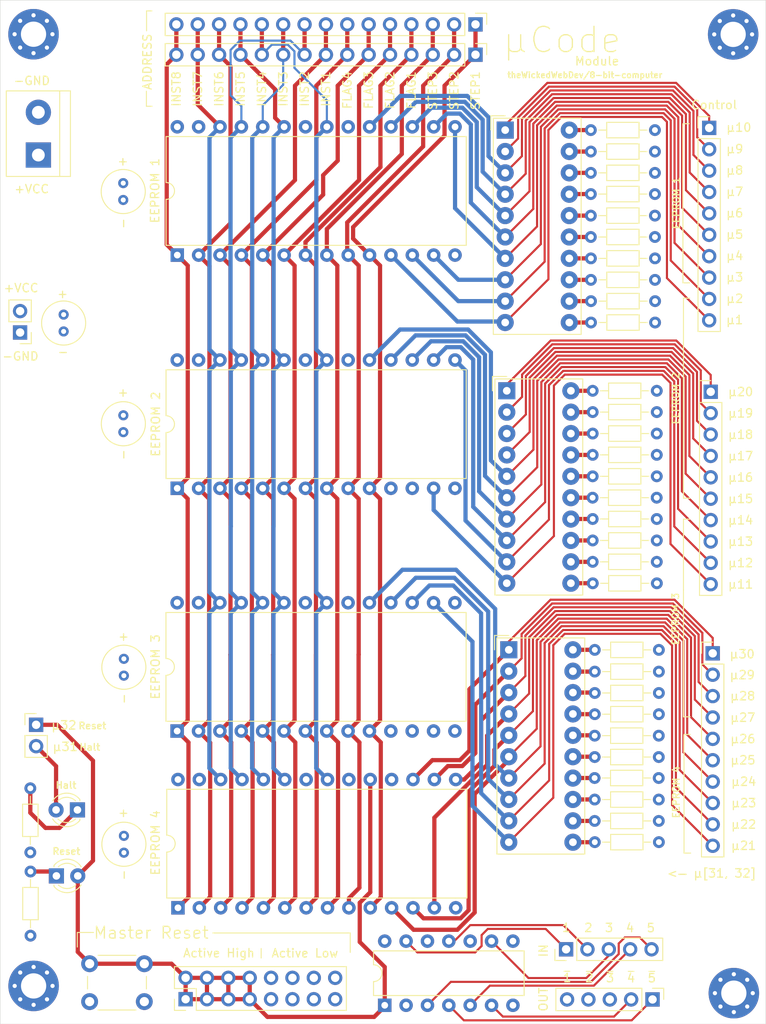
<source format=kicad_pcb>
(kicad_pcb (version 20171130) (host pcbnew "(5.1.9-0-10_14)")
  (layers (0 F.Cu signal) (1 In1.Cu signal) (2 In2.Cu signal hide) (31 B.Cu signal) (34 B.Paste user) (35 F.Paste user) (36 B.SilkS user) (37 F.SilkS user) (38 B.Mask user) (39 F.Mask user) (44 Edge.Cuts user))
  (net 0 "")
  (net 1 GND)
  (net 2 VCC)
  (net 3 /D5)
  (net 4 /D4)
  (net 5 /D3)
  (net 6 /D2)
  (net 7 /D1)
  (net 8 /D8)
  (net 9 /D7)
  (net 10 /D6)
  (net 11 /D13)
  (net 12 /D12)
  (net 13 /D11)
  (net 14 /D10)
  (net 15 /D9)
  (net 16 /D16)
  (net 17 /D15)
  (net 18 /D14)
  (net 19 /D21)
  (net 20 /D20)
  (net 21 /D19)
  (net 22 /D18)
  (net 23 /D17)
  (net 24 /D23)
  (net 25 /D22)
  (net 26 /D24)
  (net 27 /INST7)
  (net 28 /STEP1)
  (net 29 /INST2)
  (net 30 /STEP2)
  (net 31 /INST3)
  (net 32 /STEP3)
  (net 33 /INST5)
  (net 34 /FLAG1)
  (net 35 /FLAG2)
  (net 36 /INST4)
  (net 37 /FLAG3)
  (net 38 /FLAG4)
  (net 39 /INST1)
  (net 40 /INST6)
  (net 41 /INST8)
  (net 42 "Net-(D1-Pad1)")
  (net 43 "Net-(D2-Pad1)")
  (net 44 /D25)
  (net 45 /D26)
  (net 46 /D27)
  (net 47 /D28)
  (net 48 /D29)
  (net 49 /D30)
  (net 50 /D31)
  (net 51 /D32)
  (net 52 "Net-(BAR1-Pad20)")
  (net 53 "Net-(BAR1-Pad19)")
  (net 54 "Net-(BAR1-Pad18)")
  (net 55 "Net-(BAR1-Pad17)")
  (net 56 "Net-(BAR1-Pad11)")
  (net 57 "Net-(BAR1-Pad12)")
  (net 58 "Net-(BAR1-Pad16)")
  (net 59 "Net-(BAR1-Pad15)")
  (net 60 "Net-(BAR1-Pad14)")
  (net 61 "Net-(BAR1-Pad13)")
  (net 62 "Net-(BAR2-Pad20)")
  (net 63 "Net-(BAR2-Pad19)")
  (net 64 "Net-(BAR2-Pad18)")
  (net 65 "Net-(BAR2-Pad17)")
  (net 66 "Net-(BAR2-Pad11)")
  (net 67 "Net-(BAR2-Pad12)")
  (net 68 "Net-(BAR2-Pad16)")
  (net 69 "Net-(BAR2-Pad15)")
  (net 70 "Net-(BAR2-Pad14)")
  (net 71 "Net-(BAR2-Pad13)")
  (net 72 "Net-(BAR3-Pad20)")
  (net 73 "Net-(BAR3-Pad19)")
  (net 74 "Net-(BAR3-Pad18)")
  (net 75 "Net-(BAR3-Pad17)")
  (net 76 "Net-(BAR3-Pad11)")
  (net 77 "Net-(BAR3-Pad12)")
  (net 78 "Net-(BAR3-Pad16)")
  (net 79 "Net-(BAR3-Pad15)")
  (net 80 "Net-(BAR3-Pad14)")
  (net 81 "Net-(BAR3-Pad13)")
  (net 82 "Net-(J4-Pad10)")
  (net 83 "Net-(J10-Pad5)")
  (net 84 "Net-(J10-Pad4)")
  (net 85 "Net-(J10-Pad3)")
  (net 86 "Net-(J10-Pad2)")
  (net 87 "Net-(J10-Pad1)")
  (net 88 "Net-(J11-Pad5)")
  (net 89 "Net-(J11-Pad4)")
  (net 90 "Net-(J11-Pad3)")
  (net 91 "Net-(J11-Pad2)")
  (net 92 "Net-(J11-Pad1)")
  (module MountingHole:MountingHole_3mm_Pad_Via (layer F.Cu) (at 99.8264 44.2346)
    (fp_text reference REF** hide)
    (fp_text value MountingHole_3mm_Pad_Via hide)
    (pad 1 thru_hole circle (at 1.59099 -1.59099) (size 0.8 0.8) (drill 0.5) (layers *.Cu *.Mask))
    (pad 1 thru_hole circle (at 0 -2.25) (size 0.8 0.8) (drill 0.5) (layers *.Cu *.Mask))
    (pad 1 thru_hole circle (at -1.59099 -1.59099) (size 0.8 0.8) (drill 0.5) (layers *.Cu *.Mask))
    (pad 1 thru_hole circle (at -2.25 0) (size 0.8 0.8) (drill 0.5) (layers *.Cu *.Mask))
    (pad 1 thru_hole circle (at -1.59099 1.59099) (size 0.8 0.8) (drill 0.5) (layers *.Cu *.Mask))
    (pad 1 thru_hole circle (at 0 2.25) (size 0.8 0.8) (drill 0.5) (layers *.Cu *.Mask))
    (pad 1 thru_hole circle (at 1.59099 1.59099) (size 0.8 0.8) (drill 0.5) (layers *.Cu *.Mask))
    (pad 1 thru_hole circle (at 2.25 0) (size 0.8 0.8) (drill 0.5) (layers *.Cu *.Mask))
    (pad 1 thru_hole circle (at 0 0) (size 6 6) (drill 3) (layers *.Cu *.Mask))
  )
  (module MountingHole:MountingHole_3mm_Pad_Via (layer F.Cu) (at 99.8364 157.2946)
    (fp_text reference REF** hide)
    (fp_text value MountingHole_3mm_Pad_Via hide)
    (pad 1 thru_hole circle (at 1.59099 -1.59099) (size 0.8 0.8) (drill 0.5) (layers *.Cu *.Mask))
    (pad 1 thru_hole circle (at 0 -2.25) (size 0.8 0.8) (drill 0.5) (layers *.Cu *.Mask))
    (pad 1 thru_hole circle (at -1.59099 -1.59099) (size 0.8 0.8) (drill 0.5) (layers *.Cu *.Mask))
    (pad 1 thru_hole circle (at -2.25 0) (size 0.8 0.8) (drill 0.5) (layers *.Cu *.Mask))
    (pad 1 thru_hole circle (at -1.59099 1.59099) (size 0.8 0.8) (drill 0.5) (layers *.Cu *.Mask))
    (pad 1 thru_hole circle (at 0 2.25) (size 0.8 0.8) (drill 0.5) (layers *.Cu *.Mask))
    (pad 1 thru_hole circle (at 1.59099 1.59099) (size 0.8 0.8) (drill 0.5) (layers *.Cu *.Mask))
    (pad 1 thru_hole circle (at 2.25 0) (size 0.8 0.8) (drill 0.5) (layers *.Cu *.Mask))
    (pad 1 thru_hole circle (at 0 0) (size 6 6) (drill 3) (layers *.Cu *.Mask))
  )
  (module MountingHole:MountingHole_3mm_Pad_Via (layer F.Cu) (at 182.9964 44.2546)
    (fp_text reference REF** hide)
    (fp_text value MountingHole_3mm_Pad_Via hide)
    (pad 1 thru_hole circle (at 1.59099 -1.59099) (size 0.8 0.8) (drill 0.5) (layers *.Cu *.Mask))
    (pad 1 thru_hole circle (at 0 -2.25) (size 0.8 0.8) (drill 0.5) (layers *.Cu *.Mask))
    (pad 1 thru_hole circle (at -1.59099 -1.59099) (size 0.8 0.8) (drill 0.5) (layers *.Cu *.Mask))
    (pad 1 thru_hole circle (at -2.25 0) (size 0.8 0.8) (drill 0.5) (layers *.Cu *.Mask))
    (pad 1 thru_hole circle (at -1.59099 1.59099) (size 0.8 0.8) (drill 0.5) (layers *.Cu *.Mask))
    (pad 1 thru_hole circle (at 0 2.25) (size 0.8 0.8) (drill 0.5) (layers *.Cu *.Mask))
    (pad 1 thru_hole circle (at 1.59099 1.59099) (size 0.8 0.8) (drill 0.5) (layers *.Cu *.Mask))
    (pad 1 thru_hole circle (at 2.25 0) (size 0.8 0.8) (drill 0.5) (layers *.Cu *.Mask))
    (pad 1 thru_hole circle (at 0 0) (size 6 6) (drill 3) (layers *.Cu *.Mask))
  )
  (module MountingHole:MountingHole_3mm_Pad_Via (layer F.Cu) (at 183.0764 158.1546)
    (fp_text reference REF** hide)
    (fp_text value MountingHole_3mm_Pad_Via hide)
    (pad 1 thru_hole circle (at 1.59099 -1.59099) (size 0.8 0.8) (drill 0.5) (layers *.Cu *.Mask))
    (pad 1 thru_hole circle (at 0 -2.25) (size 0.8 0.8) (drill 0.5) (layers *.Cu *.Mask))
    (pad 1 thru_hole circle (at -1.59099 -1.59099) (size 0.8 0.8) (drill 0.5) (layers *.Cu *.Mask))
    (pad 1 thru_hole circle (at -2.25 0) (size 0.8 0.8) (drill 0.5) (layers *.Cu *.Mask))
    (pad 1 thru_hole circle (at -1.59099 1.59099) (size 0.8 0.8) (drill 0.5) (layers *.Cu *.Mask))
    (pad 1 thru_hole circle (at 0 2.25) (size 0.8 0.8) (drill 0.5) (layers *.Cu *.Mask))
    (pad 1 thru_hole circle (at 1.59099 1.59099) (size 0.8 0.8) (drill 0.5) (layers *.Cu *.Mask))
    (pad 1 thru_hole circle (at 2.25 0) (size 0.8 0.8) (drill 0.5) (layers *.Cu *.Mask))
    (pad 1 thru_hole circle (at 0 0) (size 6 6) (drill 3) (layers *.Cu *.Mask))
  )
  (module Connector_PinHeader_2.54mm:PinHeader_1x05_P2.54mm_Vertical (layer F.Cu) (at 173.4124 158.9026 270)
    (fp_text reference J11 hide)
    (fp_text value Conn_1x05 hide)
    (pad 1 thru_hole rect (at 0 0 270) (size 1.7 1.7) (drill 1) (layers *.Cu *.Mask) (net 92 "Net-(J11-Pad1)"))
    (pad 2 thru_hole oval (at 0 2.54 270) (size 1.7 1.7) (drill 1) (layers *.Cu *.Mask) (net 91 "Net-(J11-Pad2)"))
    (pad 3 thru_hole oval (at 0 5.08 270) (size 1.7 1.7) (drill 1) (layers *.Cu *.Mask) (net 90 "Net-(J11-Pad3)"))
    (pad 4 thru_hole oval (at 0 7.62 270) (size 1.7 1.7) (drill 1) (layers *.Cu *.Mask) (net 89 "Net-(J11-Pad4)"))
    (pad 5 thru_hole oval (at 0 10.16 270) (size 1.7 1.7) (drill 1) (layers *.Cu *.Mask) (net 88 "Net-(J11-Pad5)"))
  )
  (module Resistor_THT:R_Axial_DIN0204_L3.6mm_D1.6mm_P7.62mm_Horizontal (layer F.Cu) (at 166.5464 117.3746)
    (fp_text reference R32 hide)
    (fp_text value R_Small_US)
    (pad 2 thru_hole oval (at 7.62 0) (size 1.4 1.4) (drill 0.7) (layers *.Cu *.Mask) (net 1 GND))
    (pad 1 thru_hole circle (at 0 0) (size 1.4 1.4) (drill 0.7) (layers *.Cu *.Mask) (net 72 "Net-(BAR3-Pad20)"))
  )
  (module Resistor_THT:R_Axial_DIN0204_L3.6mm_D1.6mm_P7.62mm_Horizontal (layer F.Cu) (at 166.5464 119.9546)
    (fp_text reference R31 hide)
    (fp_text value R_Small_US)
    (pad 2 thru_hole oval (at 7.62 0) (size 1.4 1.4) (drill 0.7) (layers *.Cu *.Mask) (net 1 GND))
    (pad 1 thru_hole circle (at 0 0) (size 1.4 1.4) (drill 0.7) (layers *.Cu *.Mask) (net 73 "Net-(BAR3-Pad19)"))
  )
  (module Resistor_THT:R_Axial_DIN0204_L3.6mm_D1.6mm_P7.62mm_Horizontal (layer F.Cu) (at 166.5464 122.4946)
    (fp_text reference R30 hide)
    (fp_text value R_Small_US)
    (pad 2 thru_hole oval (at 7.62 0) (size 1.4 1.4) (drill 0.7) (layers *.Cu *.Mask) (net 1 GND))
    (pad 1 thru_hole circle (at 0 0) (size 1.4 1.4) (drill 0.7) (layers *.Cu *.Mask) (net 74 "Net-(BAR3-Pad18)"))
  )
  (module Resistor_THT:R_Axial_DIN0204_L3.6mm_D1.6mm_P7.62mm_Horizontal (layer F.Cu) (at 166.5464 125.0146)
    (fp_text reference R29 hide)
    (fp_text value R_Small_US)
    (pad 2 thru_hole oval (at 7.62 0) (size 1.4 1.4) (drill 0.7) (layers *.Cu *.Mask) (net 1 GND))
    (pad 1 thru_hole circle (at 0 0) (size 1.4 1.4) (drill 0.7) (layers *.Cu *.Mask) (net 75 "Net-(BAR3-Pad17)"))
  )
  (module Resistor_THT:R_Axial_DIN0204_L3.6mm_D1.6mm_P7.62mm_Horizontal (layer F.Cu) (at 166.5364 127.5646)
    (fp_text reference R28 hide)
    (fp_text value R_Small_US)
    (pad 2 thru_hole oval (at 7.62 0) (size 1.4 1.4) (drill 0.7) (layers *.Cu *.Mask) (net 1 GND))
    (pad 1 thru_hole circle (at 0 0) (size 1.4 1.4) (drill 0.7) (layers *.Cu *.Mask) (net 78 "Net-(BAR3-Pad16)"))
  )
  (module Resistor_THT:R_Axial_DIN0204_L3.6mm_D1.6mm_P7.62mm_Horizontal (layer F.Cu) (at 166.5364 130.1046)
    (fp_text reference R27 hide)
    (fp_text value R_Small_US)
    (pad 2 thru_hole oval (at 7.62 0) (size 1.4 1.4) (drill 0.7) (layers *.Cu *.Mask) (net 1 GND))
    (pad 1 thru_hole circle (at 0 0) (size 1.4 1.4) (drill 0.7) (layers *.Cu *.Mask) (net 79 "Net-(BAR3-Pad15)"))
  )
  (module Resistor_THT:R_Axial_DIN0204_L3.6mm_D1.6mm_P7.62mm_Horizontal (layer F.Cu) (at 166.5264 132.5946)
    (fp_text reference R26 hide)
    (fp_text value R_Small_US)
    (pad 2 thru_hole oval (at 7.62 0) (size 1.4 1.4) (drill 0.7) (layers *.Cu *.Mask) (net 1 GND))
    (pad 1 thru_hole circle (at 0 0) (size 1.4 1.4) (drill 0.7) (layers *.Cu *.Mask) (net 80 "Net-(BAR3-Pad14)"))
  )
  (module Resistor_THT:R_Axial_DIN0204_L3.6mm_D1.6mm_P7.62mm_Horizontal (layer F.Cu) (at 166.5364 135.1546)
    (fp_text reference R25 hide)
    (fp_text value R_Small_US)
    (pad 2 thru_hole oval (at 7.62 0) (size 1.4 1.4) (drill 0.7) (layers *.Cu *.Mask) (net 1 GND))
    (pad 1 thru_hole circle (at 0 0) (size 1.4 1.4) (drill 0.7) (layers *.Cu *.Mask) (net 81 "Net-(BAR3-Pad13)"))
  )
  (module Resistor_THT:R_Axial_DIN0204_L3.6mm_D1.6mm_P7.62mm_Horizontal (layer F.Cu) (at 166.5364 137.6946)
    (fp_text reference R24 hide)
    (fp_text value R_Small_US)
    (pad 2 thru_hole oval (at 7.62 0) (size 1.4 1.4) (drill 0.7) (layers *.Cu *.Mask) (net 1 GND))
    (pad 1 thru_hole circle (at 0 0) (size 1.4 1.4) (drill 0.7) (layers *.Cu *.Mask) (net 77 "Net-(BAR3-Pad12)"))
  )
  (module Resistor_THT:R_Axial_DIN0204_L3.6mm_D1.6mm_P7.62mm_Horizontal (layer F.Cu) (at 166.5464 140.2146)
    (fp_text reference R23 hide)
    (fp_text value R_Small_US hide)
    (pad 2 thru_hole oval (at 7.62 0) (size 1.4 1.4) (drill 0.7) (layers *.Cu *.Mask) (net 1 GND))
    (pad 1 thru_hole circle (at 0 0) (size 1.4 1.4) (drill 0.7) (layers *.Cu *.Mask) (net 76 "Net-(BAR3-Pad11)"))
  )
  (module Resistor_THT:R_Axial_DIN0204_L3.6mm_D1.6mm_P7.62mm_Horizontal (layer F.Cu) (at 166.2964 86.5946)
    (fp_text reference R22 hide)
    (fp_text value R_Small_US)
    (pad 2 thru_hole oval (at 7.62 0) (size 1.4 1.4) (drill 0.7) (layers *.Cu *.Mask) (net 1 GND))
    (pad 1 thru_hole circle (at 0 0) (size 1.4 1.4) (drill 0.7) (layers *.Cu *.Mask) (net 62 "Net-(BAR2-Pad20)"))
  )
  (module Resistor_THT:R_Axial_DIN0204_L3.6mm_D1.6mm_P7.62mm_Horizontal (layer F.Cu) (at 166.2964 89.1246)
    (fp_text reference R21 hide)
    (fp_text value R_Small_US)
    (pad 2 thru_hole oval (at 7.62 0) (size 1.4 1.4) (drill 0.7) (layers *.Cu *.Mask) (net 1 GND))
    (pad 1 thru_hole circle (at 0 0) (size 1.4 1.4) (drill 0.7) (layers *.Cu *.Mask) (net 63 "Net-(BAR2-Pad19)"))
  )
  (module Resistor_THT:R_Axial_DIN0204_L3.6mm_D1.6mm_P7.62mm_Horizontal (layer F.Cu) (at 166.2964 91.6746)
    (fp_text reference R20 hide)
    (fp_text value R_Small_US)
    (pad 2 thru_hole oval (at 7.62 0) (size 1.4 1.4) (drill 0.7) (layers *.Cu *.Mask) (net 1 GND))
    (pad 1 thru_hole circle (at 0 0) (size 1.4 1.4) (drill 0.7) (layers *.Cu *.Mask) (net 64 "Net-(BAR2-Pad18)"))
  )
  (module Resistor_THT:R_Axial_DIN0204_L3.6mm_D1.6mm_P7.62mm_Horizontal (layer F.Cu) (at 166.2964 94.2046)
    (fp_text reference R19 hide)
    (fp_text value R_Small_US)
    (pad 2 thru_hole oval (at 7.62 0) (size 1.4 1.4) (drill 0.7) (layers *.Cu *.Mask) (net 1 GND))
    (pad 1 thru_hole circle (at 0 0) (size 1.4 1.4) (drill 0.7) (layers *.Cu *.Mask) (net 65 "Net-(BAR2-Pad17)"))
  )
  (module Resistor_THT:R_Axial_DIN0204_L3.6mm_D1.6mm_P7.62mm_Horizontal (layer F.Cu) (at 166.2964 96.7546)
    (fp_text reference R18 hide)
    (fp_text value R_Small_US)
    (pad 2 thru_hole oval (at 7.62 0) (size 1.4 1.4) (drill 0.7) (layers *.Cu *.Mask) (net 1 GND))
    (pad 1 thru_hole circle (at 0 0) (size 1.4 1.4) (drill 0.7) (layers *.Cu *.Mask) (net 68 "Net-(BAR2-Pad16)"))
  )
  (module Resistor_THT:R_Axial_DIN0204_L3.6mm_D1.6mm_P7.62mm_Horizontal (layer F.Cu) (at 166.2864 99.2946)
    (fp_text reference R17 hide)
    (fp_text value R_Small_US)
    (pad 2 thru_hole oval (at 7.62 0) (size 1.4 1.4) (drill 0.7) (layers *.Cu *.Mask) (net 1 GND))
    (pad 1 thru_hole circle (at 0 0) (size 1.4 1.4) (drill 0.7) (layers *.Cu *.Mask) (net 69 "Net-(BAR2-Pad15)"))
  )
  (module Resistor_THT:R_Axial_DIN0204_L3.6mm_D1.6mm_P7.62mm_Horizontal (layer F.Cu) (at 166.2964 101.8246)
    (fp_text reference R16 hide)
    (fp_text value R_Small_US)
    (pad 2 thru_hole oval (at 7.62 0) (size 1.4 1.4) (drill 0.7) (layers *.Cu *.Mask) (net 1 GND))
    (pad 1 thru_hole circle (at 0 0) (size 1.4 1.4) (drill 0.7) (layers *.Cu *.Mask) (net 70 "Net-(BAR2-Pad14)"))
  )
  (module Resistor_THT:R_Axial_DIN0204_L3.6mm_D1.6mm_P7.62mm_Horizontal (layer F.Cu) (at 166.2964 104.3746)
    (fp_text reference R15 hide)
    (fp_text value R_Small_US)
    (pad 2 thru_hole oval (at 7.62 0) (size 1.4 1.4) (drill 0.7) (layers *.Cu *.Mask) (net 1 GND))
    (pad 1 thru_hole circle (at 0 0) (size 1.4 1.4) (drill 0.7) (layers *.Cu *.Mask) (net 71 "Net-(BAR2-Pad13)"))
  )
  (module Resistor_THT:R_Axial_DIN0204_L3.6mm_D1.6mm_P7.62mm_Horizontal (layer F.Cu) (at 166.2964 106.9146)
    (fp_text reference R14 hide)
    (fp_text value R_Small_US)
    (pad 2 thru_hole oval (at 7.62 0) (size 1.4 1.4) (drill 0.7) (layers *.Cu *.Mask) (net 1 GND))
    (pad 1 thru_hole circle (at 0 0) (size 1.4 1.4) (drill 0.7) (layers *.Cu *.Mask) (net 67 "Net-(BAR2-Pad12)"))
  )
  (module Resistor_THT:R_Axial_DIN0204_L3.6mm_D1.6mm_P7.62mm_Horizontal (layer F.Cu) (at 166.3064 109.4646)
    (fp_text reference R13 hide)
    (fp_text value R_Small_US)
    (pad 2 thru_hole oval (at 7.62 0) (size 1.4 1.4) (drill 0.7) (layers *.Cu *.Mask) (net 1 GND))
    (pad 1 thru_hole circle (at 0 0) (size 1.4 1.4) (drill 0.7) (layers *.Cu *.Mask) (net 66 "Net-(BAR2-Pad11)"))
  )
  (module Resistor_THT:R_Axial_DIN0204_L3.6mm_D1.6mm_P7.62mm_Horizontal (layer F.Cu) (at 166.0764 55.6246)
    (fp_text reference R12 hide)
    (fp_text value R_Small_US)
    (pad 2 thru_hole oval (at 7.62 0) (size 1.4 1.4) (drill 0.7) (layers *.Cu *.Mask) (net 1 GND))
    (pad 1 thru_hole circle (at 0 0) (size 1.4 1.4) (drill 0.7) (layers *.Cu *.Mask) (net 52 "Net-(BAR1-Pad20)"))
  )
  (module Resistor_THT:R_Axial_DIN0204_L3.6mm_D1.6mm_P7.62mm_Horizontal (layer F.Cu) (at 166.0764 58.1746)
    (fp_text reference R11 hide)
    (fp_text value R_Small_US)
    (pad 2 thru_hole oval (at 7.62 0) (size 1.4 1.4) (drill 0.7) (layers *.Cu *.Mask) (net 1 GND))
    (pad 1 thru_hole circle (at 0 0) (size 1.4 1.4) (drill 0.7) (layers *.Cu *.Mask) (net 53 "Net-(BAR1-Pad19)"))
  )
  (module Resistor_THT:R_Axial_DIN0204_L3.6mm_D1.6mm_P7.62mm_Horizontal (layer F.Cu) (at 166.0764 60.7046)
    (fp_text reference R10 hide)
    (fp_text value R_Small_US)
    (pad 2 thru_hole oval (at 7.62 0) (size 1.4 1.4) (drill 0.7) (layers *.Cu *.Mask) (net 1 GND))
    (pad 1 thru_hole circle (at 0 0) (size 1.4 1.4) (drill 0.7) (layers *.Cu *.Mask) (net 54 "Net-(BAR1-Pad18)"))
  )
  (module Resistor_THT:R_Axial_DIN0204_L3.6mm_D1.6mm_P7.62mm_Horizontal (layer F.Cu) (at 166.0764 63.2246)
    (fp_text reference R9 hide)
    (fp_text value R_Small_US)
    (pad 2 thru_hole oval (at 7.62 0) (size 1.4 1.4) (drill 0.7) (layers *.Cu *.Mask) (net 1 GND))
    (pad 1 thru_hole circle (at 0 0) (size 1.4 1.4) (drill 0.7) (layers *.Cu *.Mask) (net 55 "Net-(BAR1-Pad17)"))
  )
  (module Resistor_THT:R_Axial_DIN0204_L3.6mm_D1.6mm_P7.62mm_Horizontal (layer F.Cu) (at 166.0764 65.7846)
    (fp_text reference R8 hide)
    (fp_text value R_Small_US)
    (pad 2 thru_hole oval (at 7.62 0) (size 1.4 1.4) (drill 0.7) (layers *.Cu *.Mask) (net 1 GND))
    (pad 1 thru_hole circle (at 0 0) (size 1.4 1.4) (drill 0.7) (layers *.Cu *.Mask) (net 58 "Net-(BAR1-Pad16)"))
  )
  (module Resistor_THT:R_Axial_DIN0204_L3.6mm_D1.6mm_P7.62mm_Horizontal (layer F.Cu) (at 166.0764 68.3246)
    (fp_text reference R7 hide)
    (fp_text value R_Small_US)
    (pad 2 thru_hole oval (at 7.62 0) (size 1.4 1.4) (drill 0.7) (layers *.Cu *.Mask) (net 1 GND))
    (pad 1 thru_hole circle (at 0 0) (size 1.4 1.4) (drill 0.7) (layers *.Cu *.Mask) (net 59 "Net-(BAR1-Pad15)"))
  )
  (module Resistor_THT:R_Axial_DIN0204_L3.6mm_D1.6mm_P7.62mm_Horizontal (layer F.Cu) (at 166.0864 70.8646)
    (fp_text reference R6 hide)
    (fp_text value R_Small_US)
    (pad 2 thru_hole oval (at 7.62 0) (size 1.4 1.4) (drill 0.7) (layers *.Cu *.Mask) (net 1 GND))
    (pad 1 thru_hole circle (at 0 0) (size 1.4 1.4) (drill 0.7) (layers *.Cu *.Mask) (net 60 "Net-(BAR1-Pad14)"))
  )
  (module Resistor_THT:R_Axial_DIN0204_L3.6mm_D1.6mm_P7.62mm_Horizontal (layer F.Cu) (at 166.0864 73.4146)
    (fp_text reference R5 hide)
    (fp_text value R_Small_US)
    (pad 2 thru_hole oval (at 7.62 0) (size 1.4 1.4) (drill 0.7) (layers *.Cu *.Mask) (net 1 GND))
    (pad 1 thru_hole circle (at 0 0) (size 1.4 1.4) (drill 0.7) (layers *.Cu *.Mask) (net 61 "Net-(BAR1-Pad13)"))
  )
  (module Resistor_THT:R_Axial_DIN0204_L3.6mm_D1.6mm_P7.62mm_Horizontal (layer F.Cu) (at 166.0964 75.9446)
    (fp_text reference R4 hide)
    (fp_text value R_Small_US)
    (pad 2 thru_hole oval (at 7.62 0) (size 1.4 1.4) (drill 0.7) (layers *.Cu *.Mask) (net 1 GND))
    (pad 1 thru_hole circle (at 0 0) (size 1.4 1.4) (drill 0.7) (layers *.Cu *.Mask) (net 57 "Net-(BAR1-Pad12)"))
  )
  (module Resistor_THT:R_Axial_DIN0204_L3.6mm_D1.6mm_P7.62mm_Horizontal (layer F.Cu) (at 166.0964 78.4846)
    (fp_text reference R3 hide)
    (fp_text value R_Small_US)
    (pad 2 thru_hole oval (at 7.62 0) (size 1.4 1.4) (drill 0.7) (layers *.Cu *.Mask) (net 1 GND))
    (pad 1 thru_hole circle (at 0 0) (size 1.4 1.4) (drill 0.7) (layers *.Cu *.Mask) (net 56 "Net-(BAR1-Pad11)"))
  )
  (module Connector_PinHeader_2.54mm:PinHeader_1x05_P2.54mm_Vertical (layer F.Cu) (at 163.1364 152.9446 90)
    (fp_text reference J10 hide)
    (fp_text value Conn_1x05 hide)
    (pad 1 thru_hole rect (at 0 0 90) (size 1.7 1.7) (drill 1) (layers *.Cu *.Mask) (net 87 "Net-(J10-Pad1)"))
    (pad 2 thru_hole oval (at 0 2.54 90) (size 1.7 1.7) (drill 1) (layers *.Cu *.Mask) (net 86 "Net-(J10-Pad2)"))
    (pad 3 thru_hole oval (at 0 5.08 90) (size 1.7 1.7) (drill 1) (layers *.Cu *.Mask) (net 85 "Net-(J10-Pad3)"))
    (pad 4 thru_hole oval (at 0 7.62 90) (size 1.7 1.7) (drill 1) (layers *.Cu *.Mask) (net 84 "Net-(J10-Pad4)"))
    (pad 5 thru_hole oval (at 0 10.16 90) (size 1.7 1.7) (drill 1) (layers *.Cu *.Mask) (net 83 "Net-(J10-Pad5)"))
  )
  (module Resistor_THT:R_Axial_DIN0204_L3.6mm_D1.6mm_P7.62mm_Horizontal (layer F.Cu) (at 99.4664 143.7046 270)
    (fp_text reference R2 hide)
    (fp_text value R_Small_US hide)
    (pad 1 thru_hole circle (at 0 0 270) (size 1.4 1.4) (drill 0.7) (layers *.Cu *.Mask) (net 43 "Net-(D2-Pad1)"))
    (pad 2 thru_hole oval (at 7.62 0 270) (size 1.4 1.4) (drill 0.7) (layers *.Cu *.Mask) (net 1 GND))
  )
  (module Resistor_THT:R_Axial_DIN0204_L3.6mm_D1.6mm_P7.62mm_Horizontal (layer F.Cu) (at 99.4464 133.8146 270)
    (fp_text reference R1 hide)
    (fp_text value R_Small_US hide)
    (pad 1 thru_hole circle (at 0 0 270) (size 1.4 1.4) (drill 0.7) (layers *.Cu *.Mask) (net 42 "Net-(D1-Pad1)"))
    (pad 2 thru_hole oval (at 7.62 0 270) (size 1.4 1.4) (drill 0.7) (layers *.Cu *.Mask) (net 1 GND))
  )
  (module Package_DIP:DIP-14_W7.62mm (layer F.Cu) (at 141.5764 159.5946 90)
    (fp_text reference U1 hide)
    (fp_text value 74LS04 hide)
    (pad 1 thru_hole rect (at 0 0 90) (size 1.6 1.6) (drill 0.8) (layers *.Cu *.Mask) (net 51 /D32))
    (pad 8 thru_hole oval (at 7.62 15.24 90) (size 1.6 1.6) (drill 0.8) (layers *.Cu *.Mask) (net 90 "Net-(J11-Pad3)"))
    (pad 2 thru_hole oval (at 0 2.54 90) (size 1.6 1.6) (drill 0.8) (layers *.Cu *.Mask) (net 82 "Net-(J4-Pad10)"))
    (pad 9 thru_hole oval (at 7.62 12.7 90) (size 1.6 1.6) (drill 0.8) (layers *.Cu *.Mask) (net 85 "Net-(J10-Pad3)"))
    (pad 3 thru_hole oval (at 0 5.08 90) (size 1.6 1.6) (drill 0.8) (layers *.Cu *.Mask) (net 83 "Net-(J10-Pad5)"))
    (pad 10 thru_hole oval (at 7.62 10.16 90) (size 1.6 1.6) (drill 0.8) (layers *.Cu *.Mask) (net 89 "Net-(J11-Pad4)"))
    (pad 4 thru_hole oval (at 0 7.62 90) (size 1.6 1.6) (drill 0.8) (layers *.Cu *.Mask) (net 92 "Net-(J11-Pad1)"))
    (pad 11 thru_hole oval (at 7.62 7.62 90) (size 1.6 1.6) (drill 0.8) (layers *.Cu *.Mask) (net 86 "Net-(J10-Pad2)"))
    (pad 5 thru_hole oval (at 0 10.16 90) (size 1.6 1.6) (drill 0.8) (layers *.Cu *.Mask) (net 84 "Net-(J10-Pad4)"))
    (pad 12 thru_hole oval (at 7.62 5.08 90) (size 1.6 1.6) (drill 0.8) (layers *.Cu *.Mask) (net 88 "Net-(J11-Pad5)"))
    (pad 6 thru_hole oval (at 0 12.7 90) (size 1.6 1.6) (drill 0.8) (layers *.Cu *.Mask) (net 91 "Net-(J11-Pad2)"))
    (pad 13 thru_hole oval (at 7.62 2.54 90) (size 1.6 1.6) (drill 0.8) (layers *.Cu *.Mask) (net 87 "Net-(J10-Pad1)"))
    (pad 7 thru_hole oval (at 0 15.24 90) (size 1.6 1.6) (drill 0.8) (layers *.Cu *.Mask) (net 1 GND))
    (pad 14 thru_hole oval (at 7.62 0 90) (size 1.6 1.6) (drill 0.8) (layers *.Cu *.Mask) (net 2 VCC))
  )
  (module Connector_PinHeader_2.54mm:PinHeader_1x02_P2.54mm_Vertical (layer F.Cu) (at 100.1364 126.2746)
    (fp_text reference J9 hide)
    (fp_text value Conn_01x02 hide)
    (pad 1 thru_hole rect (at 0 0) (size 1.7 1.7) (drill 1) (layers *.Cu *.Mask) (net 51 /D32))
    (pad 2 thru_hole oval (at 0 2.54) (size 1.7 1.7) (drill 1) (layers *.Cu *.Mask) (net 50 /D31))
  )
  (module Connector_PinHeader_2.54mm:PinHeader_1x10_P2.54mm_Vertical (layer F.Cu) (at 180.5664 117.7846)
    (fp_text reference J8 hide)
    (fp_text value Conn_01x10 hide)
    (pad 1 thru_hole rect (at 0 0) (size 1.7 1.7) (drill 1) (layers *.Cu *.Mask) (net 49 /D30))
    (pad 2 thru_hole oval (at 0 2.54) (size 1.7 1.7) (drill 1) (layers *.Cu *.Mask) (net 48 /D29))
    (pad 3 thru_hole oval (at 0 5.08) (size 1.7 1.7) (drill 1) (layers *.Cu *.Mask) (net 47 /D28))
    (pad 4 thru_hole oval (at 0 7.62) (size 1.7 1.7) (drill 1) (layers *.Cu *.Mask) (net 46 /D27))
    (pad 5 thru_hole oval (at 0 10.16) (size 1.7 1.7) (drill 1) (layers *.Cu *.Mask) (net 45 /D26))
    (pad 6 thru_hole oval (at 0 12.7) (size 1.7 1.7) (drill 1) (layers *.Cu *.Mask) (net 44 /D25))
    (pad 7 thru_hole oval (at 0 15.24) (size 1.7 1.7) (drill 1) (layers *.Cu *.Mask) (net 26 /D24))
    (pad 8 thru_hole oval (at 0 17.78) (size 1.7 1.7) (drill 1) (layers *.Cu *.Mask) (net 24 /D23))
    (pad 9 thru_hole oval (at 0 20.32) (size 1.7 1.7) (drill 1) (layers *.Cu *.Mask) (net 25 /D22))
    (pad 10 thru_hole oval (at 0 22.86) (size 1.7 1.7) (drill 1) (layers *.Cu *.Mask) (net 19 /D21))
  )
  (module Connector_PinHeader_2.54mm:PinHeader_1x10_P2.54mm_Vertical (layer F.Cu) (at 180.3264 86.7146)
    (fp_text reference J7 hide)
    (fp_text value Conn_01x10 hide)
    (pad 1 thru_hole rect (at 0 0) (size 1.7 1.7) (drill 1) (layers *.Cu *.Mask) (net 20 /D20))
    (pad 2 thru_hole oval (at 0 2.54) (size 1.7 1.7) (drill 1) (layers *.Cu *.Mask) (net 21 /D19))
    (pad 3 thru_hole oval (at 0 5.08) (size 1.7 1.7) (drill 1) (layers *.Cu *.Mask) (net 22 /D18))
    (pad 4 thru_hole oval (at 0 7.62) (size 1.7 1.7) (drill 1) (layers *.Cu *.Mask) (net 23 /D17))
    (pad 5 thru_hole oval (at 0 10.16) (size 1.7 1.7) (drill 1) (layers *.Cu *.Mask) (net 16 /D16))
    (pad 6 thru_hole oval (at 0 12.7) (size 1.7 1.7) (drill 1) (layers *.Cu *.Mask) (net 17 /D15))
    (pad 7 thru_hole oval (at 0 15.24) (size 1.7 1.7) (drill 1) (layers *.Cu *.Mask) (net 18 /D14))
    (pad 8 thru_hole oval (at 0 17.78) (size 1.7 1.7) (drill 1) (layers *.Cu *.Mask) (net 11 /D13))
    (pad 9 thru_hole oval (at 0 20.32) (size 1.7 1.7) (drill 1) (layers *.Cu *.Mask) (net 12 /D12))
    (pad 10 thru_hole oval (at 0 22.86) (size 1.7 1.7) (drill 1) (layers *.Cu *.Mask) (net 13 /D11))
  )
  (module Connector_PinHeader_2.54mm:PinHeader_1x10_P2.54mm_Vertical (layer F.Cu) (at 180.1464 55.3646)
    (fp_text reference J3 hide)
    (fp_text value Conn_01x10 hide)
    (pad 10 thru_hole oval (at 0 22.86) (size 1.7 1.7) (drill 1) (layers *.Cu *.Mask) (net 7 /D1))
    (pad 9 thru_hole oval (at 0 20.32) (size 1.7 1.7) (drill 1) (layers *.Cu *.Mask) (net 6 /D2))
    (pad 8 thru_hole oval (at 0 17.78) (size 1.7 1.7) (drill 1) (layers *.Cu *.Mask) (net 5 /D3))
    (pad 7 thru_hole oval (at 0 15.24) (size 1.7 1.7) (drill 1) (layers *.Cu *.Mask) (net 4 /D4))
    (pad 6 thru_hole oval (at 0 12.7) (size 1.7 1.7) (drill 1) (layers *.Cu *.Mask) (net 3 /D5))
    (pad 5 thru_hole oval (at 0 10.16) (size 1.7 1.7) (drill 1) (layers *.Cu *.Mask) (net 10 /D6))
    (pad 4 thru_hole oval (at 0 7.62) (size 1.7 1.7) (drill 1) (layers *.Cu *.Mask) (net 9 /D7))
    (pad 3 thru_hole oval (at 0 5.08) (size 1.7 1.7) (drill 1) (layers *.Cu *.Mask) (net 8 /D8))
    (pad 2 thru_hole oval (at 0 2.54) (size 1.7 1.7) (drill 1) (layers *.Cu *.Mask) (net 15 /D9))
    (pad 1 thru_hole rect (at 0 0) (size 1.7 1.7) (drill 1) (layers *.Cu *.Mask) (net 14 /D10))
  )
  (module Connector_PinHeader_2.54mm:PinHeader_2x08_P2.54mm_Vertical (layer F.Cu) (at 117.9064 158.8746 90)
    (fp_text reference J4 hide)
    (fp_text value Conn_2x08 hide)
    (pad 1 thru_hole rect (at 0 0 90) (size 1.7 1.7) (drill 1) (layers *.Cu *.Mask) (net 51 /D32))
    (pad 2 thru_hole oval (at 2.54 0 90) (size 1.7 1.7) (drill 1) (layers *.Cu *.Mask) (net 51 /D32))
    (pad 3 thru_hole oval (at 0 2.54 90) (size 1.7 1.7) (drill 1) (layers *.Cu *.Mask) (net 51 /D32))
    (pad 4 thru_hole oval (at 2.54 2.54 90) (size 1.7 1.7) (drill 1) (layers *.Cu *.Mask) (net 51 /D32))
    (pad 5 thru_hole oval (at 0 5.08 90) (size 1.7 1.7) (drill 1) (layers *.Cu *.Mask) (net 51 /D32))
    (pad 6 thru_hole oval (at 2.54 5.08 90) (size 1.7 1.7) (drill 1) (layers *.Cu *.Mask) (net 51 /D32))
    (pad 7 thru_hole oval (at 0 7.62 90) (size 1.7 1.7) (drill 1) (layers *.Cu *.Mask) (net 51 /D32))
    (pad 8 thru_hole oval (at 2.54 7.62 90) (size 1.7 1.7) (drill 1) (layers *.Cu *.Mask) (net 51 /D32))
    (pad 9 thru_hole oval (at 0 10.16 90) (size 1.7 1.7) (drill 1) (layers *.Cu *.Mask) (net 82 "Net-(J4-Pad10)"))
    (pad 10 thru_hole oval (at 2.54 10.16 90) (size 1.7 1.7) (drill 1) (layers *.Cu *.Mask) (net 82 "Net-(J4-Pad10)"))
    (pad 11 thru_hole oval (at 0 12.7 90) (size 1.7 1.7) (drill 1) (layers *.Cu *.Mask) (net 82 "Net-(J4-Pad10)"))
    (pad 12 thru_hole oval (at 2.54 12.7 90) (size 1.7 1.7) (drill 1) (layers *.Cu *.Mask) (net 82 "Net-(J4-Pad10)"))
    (pad 13 thru_hole oval (at 0 15.24 90) (size 1.7 1.7) (drill 1) (layers *.Cu *.Mask) (net 82 "Net-(J4-Pad10)"))
    (pad 14 thru_hole oval (at 2.54 15.24 90) (size 1.7 1.7) (drill 1) (layers *.Cu *.Mask) (net 82 "Net-(J4-Pad10)"))
    (pad 15 thru_hole oval (at 0 17.78 90) (size 1.7 1.7) (drill 1) (layers *.Cu *.Mask) (net 82 "Net-(J4-Pad10)"))
    (pad 16 thru_hole oval (at 2.54 17.78 90) (size 1.7 1.7) (drill 1) (layers *.Cu *.Mask) (net 82 "Net-(J4-Pad10)"))
  )
  (module Connector_PinHeader_2.54mm:PinHeader_1x15_P2.54mm_Vertical (layer F.Cu) (at 152.3664 43.0696 270)
    (fp_text reference J6 hide)
    (fp_text value Conn_01x15 hide)
    (pad 15 thru_hole oval (at 0 35.56 270) (size 1.7 1.7) (drill 1) (layers *.Cu *.Mask) (net 41 /INST8))
    (pad 14 thru_hole oval (at 0 33.02 270) (size 1.7 1.7) (drill 1) (layers *.Cu *.Mask) (net 27 /INST7))
    (pad 13 thru_hole oval (at 0 30.48 270) (size 1.7 1.7) (drill 1) (layers *.Cu *.Mask) (net 40 /INST6))
    (pad 12 thru_hole oval (at 0 27.94 270) (size 1.7 1.7) (drill 1) (layers *.Cu *.Mask) (net 33 /INST5))
    (pad 11 thru_hole oval (at 0 25.4 270) (size 1.7 1.7) (drill 1) (layers *.Cu *.Mask) (net 36 /INST4))
    (pad 10 thru_hole oval (at 0 22.86 270) (size 1.7 1.7) (drill 1) (layers *.Cu *.Mask) (net 31 /INST3))
    (pad 9 thru_hole oval (at 0 20.32 270) (size 1.7 1.7) (drill 1) (layers *.Cu *.Mask) (net 29 /INST2))
    (pad 8 thru_hole oval (at 0 17.78 270) (size 1.7 1.7) (drill 1) (layers *.Cu *.Mask) (net 39 /INST1))
    (pad 7 thru_hole oval (at 0 15.24 270) (size 1.7 1.7) (drill 1) (layers *.Cu *.Mask) (net 38 /FLAG4))
    (pad 6 thru_hole oval (at 0 12.7 270) (size 1.7 1.7) (drill 1) (layers *.Cu *.Mask) (net 37 /FLAG3))
    (pad 5 thru_hole oval (at 0 10.16 270) (size 1.7 1.7) (drill 1) (layers *.Cu *.Mask) (net 35 /FLAG2))
    (pad 4 thru_hole oval (at 0 7.62 270) (size 1.7 1.7) (drill 1) (layers *.Cu *.Mask) (net 34 /FLAG1))
    (pad 3 thru_hole oval (at 0 5.08 270) (size 1.7 1.7) (drill 1) (layers *.Cu *.Mask) (net 32 /STEP3))
    (pad 2 thru_hole oval (at 0 2.54 270) (size 1.7 1.7) (drill 1) (layers *.Cu *.Mask) (net 30 /STEP2))
    (pad 1 thru_hole rect (at 0 0 270) (size 1.7 1.7) (drill 1) (layers *.Cu *.Mask) (net 28 /STEP1))
  )
  (module TerminalBlock:TerminalBlock_bornier-2_P5.08mm (layer F.Cu) (at 100.4014 58.5896 90)
    (fp_text reference J5 hide)
    (fp_text value Screw_Terminal_01x02 hide)
    (pad 2 thru_hole circle (at 5.08 0 90) (size 3 3) (drill 1.52) (layers *.Cu *.Mask) (net 1 GND))
    (pad 1 thru_hole rect (at 0 0 90) (size 3 3) (drill 1.52) (layers *.Cu *.Mask) (net 2 VCC))
  )
  (module LED_THT:LED_D3.0mm (layer F.Cu) (at 102.5464 144.2246)
    (fp_text reference D2 hide)
    (fp_text value LED)
    (pad 1 thru_hole rect (at 0 0) (size 1.8 1.8) (drill 0.9) (layers *.Cu *.Mask) (net 43 "Net-(D2-Pad1)"))
    (pad 2 thru_hole circle (at 2.54 0) (size 1.8 1.8) (drill 0.9) (layers *.Cu *.Mask) (net 51 /D32))
  )
  (module LED_THT:LED_D3.0mm (layer F.Cu) (at 105.0464 136.3846 180)
    (fp_text reference D1 hide)
    (fp_text value LED)
    (pad 1 thru_hole rect (at 0 0 180) (size 1.8 1.8) (drill 0.9) (layers *.Cu *.Mask) (net 42 "Net-(D1-Pad1)"))
    (pad 2 thru_hole circle (at 2.54 0 180) (size 1.8 1.8) (drill 0.9) (layers *.Cu *.Mask) (net 50 /D31))
  )
  (module Display:HDSP-4850 (layer F.Cu) (at 156.3264 117.3646)
    (fp_text reference BAR3 hide)
    (fp_text value HDSP-4850_2 hide)
    (pad 20 thru_hole circle (at 7.62 0 270) (size 2.032 2.032) (drill 0.9144) (layers *.Cu *.Mask) (net 72 "Net-(BAR3-Pad20)"))
    (pad 19 thru_hole circle (at 7.62 2.54 270) (size 2.032 2.032) (drill 0.9144) (layers *.Cu *.Mask) (net 73 "Net-(BAR3-Pad19)"))
    (pad 18 thru_hole circle (at 7.62 5.08 270) (size 2.032 2.032) (drill 0.9144) (layers *.Cu *.Mask) (net 74 "Net-(BAR3-Pad18)"))
    (pad 17 thru_hole circle (at 7.62 7.62 270) (size 2.032 2.032) (drill 0.9144) (layers *.Cu *.Mask) (net 75 "Net-(BAR3-Pad17)"))
    (pad 9 thru_hole circle (at 0 20.32 270) (size 2.032 2.032) (drill 0.9144) (layers *.Cu *.Mask) (net 25 /D22))
    (pad 10 thru_hole circle (at 0 22.86 270) (size 2.032 2.032) (drill 0.9144) (layers *.Cu *.Mask) (net 19 /D21))
    (pad 11 thru_hole circle (at 7.62 22.86 270) (size 2.032 2.032) (drill 0.9144) (layers *.Cu *.Mask) (net 76 "Net-(BAR3-Pad11)"))
    (pad 12 thru_hole circle (at 7.62 20.32 270) (size 2.032 2.032) (drill 0.9144) (layers *.Cu *.Mask) (net 77 "Net-(BAR3-Pad12)"))
    (pad 8 thru_hole circle (at 0 17.78 270) (size 2.032 2.032) (drill 0.9144) (layers *.Cu *.Mask) (net 24 /D23))
    (pad 7 thru_hole circle (at 0 15.24 270) (size 2.032 2.032) (drill 0.9144) (layers *.Cu *.Mask) (net 26 /D24))
    (pad 6 thru_hole circle (at 0 12.7 270) (size 2.032 2.032) (drill 0.9144) (layers *.Cu *.Mask) (net 44 /D25))
    (pad 5 thru_hole circle (at 0 10.16 270) (size 2.032 2.032) (drill 0.9144) (layers *.Cu *.Mask) (net 45 /D26))
    (pad 16 thru_hole circle (at 7.62 10.16 270) (size 2.032 2.032) (drill 0.9144) (layers *.Cu *.Mask) (net 78 "Net-(BAR3-Pad16)"))
    (pad 15 thru_hole circle (at 7.62 12.7 270) (size 2.032 2.032) (drill 0.9144) (layers *.Cu *.Mask) (net 79 "Net-(BAR3-Pad15)"))
    (pad 14 thru_hole circle (at 7.62 15.24 270) (size 2.032 2.032) (drill 0.9144) (layers *.Cu *.Mask) (net 80 "Net-(BAR3-Pad14)"))
    (pad 13 thru_hole circle (at 7.62 17.78 270) (size 2.032 2.032) (drill 0.9144) (layers *.Cu *.Mask) (net 81 "Net-(BAR3-Pad13)"))
    (pad 4 thru_hole circle (at 0 7.62 270) (size 2.032 2.032) (drill 0.9144) (layers *.Cu *.Mask) (net 46 /D27))
    (pad 3 thru_hole circle (at 0 5.08 270) (size 2.032 2.032) (drill 0.9144) (layers *.Cu *.Mask) (net 47 /D28))
    (pad 2 thru_hole circle (at 0 2.54 270) (size 2.032 2.032) (drill 0.9144) (layers *.Cu *.Mask) (net 48 /D29))
    (pad 1 thru_hole rect (at 0 0 270) (size 2.032 2.032) (drill 0.9144) (layers *.Cu *.Mask) (net 49 /D30))
  )
  (module Display:HDSP-4850 (layer F.Cu) (at 156.0864 86.5946)
    (fp_text reference BAR2 hide)
    (fp_text value HDSP-4850_2 hide)
    (pad 1 thru_hole rect (at 0 0 270) (size 2.032 2.032) (drill 0.9144) (layers *.Cu *.Mask) (net 20 /D20))
    (pad 2 thru_hole circle (at 0 2.54 270) (size 2.032 2.032) (drill 0.9144) (layers *.Cu *.Mask) (net 21 /D19))
    (pad 3 thru_hole circle (at 0 5.08 270) (size 2.032 2.032) (drill 0.9144) (layers *.Cu *.Mask) (net 22 /D18))
    (pad 4 thru_hole circle (at 0 7.62 270) (size 2.032 2.032) (drill 0.9144) (layers *.Cu *.Mask) (net 23 /D17))
    (pad 13 thru_hole circle (at 7.62 17.78 270) (size 2.032 2.032) (drill 0.9144) (layers *.Cu *.Mask) (net 71 "Net-(BAR2-Pad13)"))
    (pad 14 thru_hole circle (at 7.62 15.24 270) (size 2.032 2.032) (drill 0.9144) (layers *.Cu *.Mask) (net 70 "Net-(BAR2-Pad14)"))
    (pad 15 thru_hole circle (at 7.62 12.7 270) (size 2.032 2.032) (drill 0.9144) (layers *.Cu *.Mask) (net 69 "Net-(BAR2-Pad15)"))
    (pad 16 thru_hole circle (at 7.62 10.16 270) (size 2.032 2.032) (drill 0.9144) (layers *.Cu *.Mask) (net 68 "Net-(BAR2-Pad16)"))
    (pad 5 thru_hole circle (at 0 10.16 270) (size 2.032 2.032) (drill 0.9144) (layers *.Cu *.Mask) (net 16 /D16))
    (pad 6 thru_hole circle (at 0 12.7 270) (size 2.032 2.032) (drill 0.9144) (layers *.Cu *.Mask) (net 17 /D15))
    (pad 7 thru_hole circle (at 0 15.24 270) (size 2.032 2.032) (drill 0.9144) (layers *.Cu *.Mask) (net 18 /D14))
    (pad 8 thru_hole circle (at 0 17.78 270) (size 2.032 2.032) (drill 0.9144) (layers *.Cu *.Mask) (net 11 /D13))
    (pad 12 thru_hole circle (at 7.62 20.32 270) (size 2.032 2.032) (drill 0.9144) (layers *.Cu *.Mask) (net 67 "Net-(BAR2-Pad12)"))
    (pad 11 thru_hole circle (at 7.62 22.86 270) (size 2.032 2.032) (drill 0.9144) (layers *.Cu *.Mask) (net 66 "Net-(BAR2-Pad11)"))
    (pad 10 thru_hole circle (at 0 22.86 270) (size 2.032 2.032) (drill 0.9144) (layers *.Cu *.Mask) (net 13 /D11))
    (pad 9 thru_hole circle (at 0 20.32 270) (size 2.032 2.032) (drill 0.9144) (layers *.Cu *.Mask) (net 12 /D12))
    (pad 17 thru_hole circle (at 7.62 7.62 270) (size 2.032 2.032) (drill 0.9144) (layers *.Cu *.Mask) (net 65 "Net-(BAR2-Pad17)"))
    (pad 18 thru_hole circle (at 7.62 5.08 270) (size 2.032 2.032) (drill 0.9144) (layers *.Cu *.Mask) (net 64 "Net-(BAR2-Pad18)"))
    (pad 19 thru_hole circle (at 7.62 2.54 270) (size 2.032 2.032) (drill 0.9144) (layers *.Cu *.Mask) (net 63 "Net-(BAR2-Pad19)"))
    (pad 20 thru_hole circle (at 7.62 0 270) (size 2.032 2.032) (drill 0.9144) (layers *.Cu *.Mask) (net 62 "Net-(BAR2-Pad20)"))
  )
  (module Display:HDSP-4850 (layer F.Cu) (at 155.8964 55.6246)
    (fp_text reference BAR1 hide)
    (fp_text value HDSP-4850_2 hide)
    (pad 20 thru_hole circle (at 7.62 0 270) (size 2.032 2.032) (drill 0.9144) (layers *.Cu *.Mask) (net 52 "Net-(BAR1-Pad20)"))
    (pad 19 thru_hole circle (at 7.62 2.54 270) (size 2.032 2.032) (drill 0.9144) (layers *.Cu *.Mask) (net 53 "Net-(BAR1-Pad19)"))
    (pad 18 thru_hole circle (at 7.62 5.08 270) (size 2.032 2.032) (drill 0.9144) (layers *.Cu *.Mask) (net 54 "Net-(BAR1-Pad18)"))
    (pad 17 thru_hole circle (at 7.62 7.62 270) (size 2.032 2.032) (drill 0.9144) (layers *.Cu *.Mask) (net 55 "Net-(BAR1-Pad17)"))
    (pad 9 thru_hole circle (at 0 20.32 270) (size 2.032 2.032) (drill 0.9144) (layers *.Cu *.Mask) (net 6 /D2))
    (pad 10 thru_hole circle (at 0 22.86 270) (size 2.032 2.032) (drill 0.9144) (layers *.Cu *.Mask) (net 7 /D1))
    (pad 11 thru_hole circle (at 7.62 22.86 270) (size 2.032 2.032) (drill 0.9144) (layers *.Cu *.Mask) (net 56 "Net-(BAR1-Pad11)"))
    (pad 12 thru_hole circle (at 7.62 20.32 270) (size 2.032 2.032) (drill 0.9144) (layers *.Cu *.Mask) (net 57 "Net-(BAR1-Pad12)"))
    (pad 8 thru_hole circle (at 0 17.78 270) (size 2.032 2.032) (drill 0.9144) (layers *.Cu *.Mask) (net 5 /D3))
    (pad 7 thru_hole circle (at 0 15.24 270) (size 2.032 2.032) (drill 0.9144) (layers *.Cu *.Mask) (net 4 /D4))
    (pad 6 thru_hole circle (at 0 12.7 270) (size 2.032 2.032) (drill 0.9144) (layers *.Cu *.Mask) (net 3 /D5))
    (pad 5 thru_hole circle (at 0 10.16 270) (size 2.032 2.032) (drill 0.9144) (layers *.Cu *.Mask) (net 10 /D6))
    (pad 16 thru_hole circle (at 7.62 10.16 270) (size 2.032 2.032) (drill 0.9144) (layers *.Cu *.Mask) (net 58 "Net-(BAR1-Pad16)"))
    (pad 15 thru_hole circle (at 7.62 12.7 270) (size 2.032 2.032) (drill 0.9144) (layers *.Cu *.Mask) (net 59 "Net-(BAR1-Pad15)"))
    (pad 14 thru_hole circle (at 7.62 15.24 270) (size 2.032 2.032) (drill 0.9144) (layers *.Cu *.Mask) (net 60 "Net-(BAR1-Pad14)"))
    (pad 13 thru_hole circle (at 7.62 17.78 270) (size 2.032 2.032) (drill 0.9144) (layers *.Cu *.Mask) (net 61 "Net-(BAR1-Pad13)"))
    (pad 4 thru_hole circle (at 0 7.62 270) (size 2.032 2.032) (drill 0.9144) (layers *.Cu *.Mask) (net 9 /D7))
    (pad 3 thru_hole circle (at 0 5.08 270) (size 2.032 2.032) (drill 0.9144) (layers *.Cu *.Mask) (net 8 /D8))
    (pad 2 thru_hole circle (at 0 2.54 270) (size 2.032 2.032) (drill 0.9144) (layers *.Cu *.Mask) (net 15 /D9))
    (pad 1 thru_hole rect (at 0 0 270) (size 2.032 2.032) (drill 0.9144) (layers *.Cu *.Mask) (net 14 /D10))
  )
  (module Button_Switch_THT:SW_PUSH_6mm (layer F.Cu) (at 106.4964 154.6596)
    (fp_text reference SW1 hide)
    (fp_text value SW_Push hide)
    (pad 2 thru_hole circle (at 0 4.5 90) (size 2 2) (drill 1.1) (layers *.Cu *.Mask) (net 2 VCC))
    (pad 1 thru_hole circle (at 0 0 90) (size 2 2) (drill 1.1) (layers *.Cu *.Mask) (net 51 /D32))
    (pad 2 thru_hole circle (at 6.5 4.5 90) (size 2 2) (drill 1.1) (layers *.Cu *.Mask) (net 2 VCC))
    (pad 1 thru_hole circle (at 6.5 0 90) (size 2 2) (drill 1.1) (layers *.Cu *.Mask) (net 51 /D32))
  )
  (module Connector_PinHeader_2.54mm:PinHeader_1x15_P2.54mm_Vertical (layer F.Cu) (at 152.3664 46.6696 270)
    (fp_text reference J2 hide)
    (fp_text value Conn_01x15 hide)
    (pad 15 thru_hole oval (at 0 35.56 270) (size 1.7 1.7) (drill 1) (layers *.Cu *.Mask) (net 41 /INST8))
    (pad 14 thru_hole oval (at 0 33.02 270) (size 1.7 1.7) (drill 1) (layers *.Cu *.Mask) (net 27 /INST7))
    (pad 13 thru_hole oval (at 0 30.48 270) (size 1.7 1.7) (drill 1) (layers *.Cu *.Mask) (net 40 /INST6))
    (pad 12 thru_hole oval (at 0 27.94 270) (size 1.7 1.7) (drill 1) (layers *.Cu *.Mask) (net 33 /INST5))
    (pad 11 thru_hole oval (at 0 25.4 270) (size 1.7 1.7) (drill 1) (layers *.Cu *.Mask) (net 36 /INST4))
    (pad 10 thru_hole oval (at 0 22.86 270) (size 1.7 1.7) (drill 1) (layers *.Cu *.Mask) (net 31 /INST3))
    (pad 9 thru_hole oval (at 0 20.32 270) (size 1.7 1.7) (drill 1) (layers *.Cu *.Mask) (net 29 /INST2))
    (pad 8 thru_hole oval (at 0 17.78 270) (size 1.7 1.7) (drill 1) (layers *.Cu *.Mask) (net 39 /INST1))
    (pad 7 thru_hole oval (at 0 15.24 270) (size 1.7 1.7) (drill 1) (layers *.Cu *.Mask) (net 38 /FLAG4))
    (pad 6 thru_hole oval (at 0 12.7 270) (size 1.7 1.7) (drill 1) (layers *.Cu *.Mask) (net 37 /FLAG3))
    (pad 5 thru_hole oval (at 0 10.16 270) (size 1.7 1.7) (drill 1) (layers *.Cu *.Mask) (net 35 /FLAG2))
    (pad 4 thru_hole oval (at 0 7.62 270) (size 1.7 1.7) (drill 1) (layers *.Cu *.Mask) (net 34 /FLAG1))
    (pad 3 thru_hole oval (at 0 5.08 270) (size 1.7 1.7) (drill 1) (layers *.Cu *.Mask) (net 32 /STEP3))
    (pad 2 thru_hole oval (at 0 2.54 270) (size 1.7 1.7) (drill 1) (layers *.Cu *.Mask) (net 30 /STEP2))
    (pad 1 thru_hole rect (at 0 0 270) (size 1.7 1.7) (drill 1) (layers *.Cu *.Mask) (net 28 /STEP1))
  )
  (module Connector_PinHeader_2.54mm:PinHeader_1x02_P2.54mm_Vertical (layer F.Cu) (at 98.2314 79.6696 180)
    (fp_text reference J1 hide)
    (fp_text value Conn_01x02 hide)
    (pad 1 thru_hole rect (at 0 0 180) (size 1.7 1.7) (drill 1) (layers *.Cu *.Mask) (net 1 GND))
    (pad 2 thru_hole oval (at 0 2.54 180) (size 1.7 1.7) (drill 1) (layers *.Cu *.Mask) (net 2 VCC))
  )
  (module Package_DIP:DIP-28_W15.24mm (layer F.Cu) (at 116.9964 148.0146 90)
    (fp_text reference EEPROM4 hide)
    (fp_text value AT28C256)
    (pad 1 thru_hole rect (at 0 0 90) (size 1.6 1.6) (drill 0.8) (layers *.Cu *.Mask) (net 41 /INST8))
    (pad 15 thru_hole oval (at 15.24 33.02 90) (size 1.6 1.6) (drill 0.8) (layers *.Cu *.Mask) (net 47 /D28))
    (pad 2 thru_hole oval (at 0 2.54 90) (size 1.6 1.6) (drill 0.8) (layers *.Cu *.Mask) (net 40 /INST6))
    (pad 16 thru_hole oval (at 15.24 30.48 90) (size 1.6 1.6) (drill 0.8) (layers *.Cu *.Mask) (net 48 /D29))
    (pad 3 thru_hole oval (at 0 5.08 90) (size 1.6 1.6) (drill 0.8) (layers *.Cu *.Mask) (net 39 /INST1))
    (pad 17 thru_hole oval (at 15.24 27.94 90) (size 1.6 1.6) (drill 0.8) (layers *.Cu *.Mask) (net 49 /D30))
    (pad 4 thru_hole oval (at 0 7.62 90) (size 1.6 1.6) (drill 0.8) (layers *.Cu *.Mask) (net 38 /FLAG4))
    (pad 18 thru_hole oval (at 15.24 25.4 90) (size 1.6 1.6) (drill 0.8) (layers *.Cu *.Mask) (net 50 /D31))
    (pad 5 thru_hole oval (at 0 10.16 90) (size 1.6 1.6) (drill 0.8) (layers *.Cu *.Mask) (net 37 /FLAG3))
    (pad 19 thru_hole oval (at 15.24 22.86 90) (size 1.6 1.6) (drill 0.8) (layers *.Cu *.Mask) (net 51 /D32))
    (pad 6 thru_hole oval (at 0 12.7 90) (size 1.6 1.6) (drill 0.8) (layers *.Cu *.Mask) (net 35 /FLAG2))
    (pad 20 thru_hole oval (at 15.24 20.32 90) (size 1.6 1.6) (drill 0.8) (layers *.Cu *.Mask) (net 1 GND))
    (pad 7 thru_hole oval (at 0 15.24 90) (size 1.6 1.6) (drill 0.8) (layers *.Cu *.Mask) (net 34 /FLAG1))
    (pad 21 thru_hole oval (at 15.24 17.78 90) (size 1.6 1.6) (drill 0.8) (layers *.Cu *.Mask) (net 36 /INST4))
    (pad 8 thru_hole oval (at 0 17.78 90) (size 1.6 1.6) (drill 0.8) (layers *.Cu *.Mask) (net 32 /STEP3))
    (pad 22 thru_hole oval (at 15.24 15.24 90) (size 1.6 1.6) (drill 0.8) (layers *.Cu *.Mask) (net 1 GND))
    (pad 9 thru_hole oval (at 0 20.32 90) (size 1.6 1.6) (drill 0.8) (layers *.Cu *.Mask) (net 30 /STEP2))
    (pad 23 thru_hole oval (at 15.24 12.7 90) (size 1.6 1.6) (drill 0.8) (layers *.Cu *.Mask) (net 33 /INST5))
    (pad 10 thru_hole oval (at 0 22.86 90) (size 1.6 1.6) (drill 0.8) (layers *.Cu *.Mask) (net 28 /STEP1))
    (pad 24 thru_hole oval (at 15.24 10.16 90) (size 1.6 1.6) (drill 0.8) (layers *.Cu *.Mask) (net 31 /INST3))
    (pad 11 thru_hole oval (at 0 25.4 90) (size 1.6 1.6) (drill 0.8) (layers *.Cu *.Mask) (net 44 /D25))
    (pad 25 thru_hole oval (at 15.24 7.62 90) (size 1.6 1.6) (drill 0.8) (layers *.Cu *.Mask) (net 29 /INST2))
    (pad 12 thru_hole oval (at 0 27.94 90) (size 1.6 1.6) (drill 0.8) (layers *.Cu *.Mask) (net 45 /D26))
    (pad 26 thru_hole oval (at 15.24 5.08 90) (size 1.6 1.6) (drill 0.8) (layers *.Cu *.Mask) (net 27 /INST7))
    (pad 13 thru_hole oval (at 0 30.48 90) (size 1.6 1.6) (drill 0.8) (layers *.Cu *.Mask) (net 46 /D27))
    (pad 27 thru_hole oval (at 15.24 2.54 90) (size 1.6 1.6) (drill 0.8) (layers *.Cu *.Mask) (net 2 VCC))
    (pad 14 thru_hole oval (at 0 33.02 90) (size 1.6 1.6) (drill 0.8) (layers *.Cu *.Mask) (net 1 GND))
    (pad 28 thru_hole oval (at 15.24 0 90) (size 1.6 1.6) (drill 0.8) (layers *.Cu *.Mask) (net 2 VCC))
  )
  (module Package_DIP:DIP-28_W15.24mm (layer F.Cu) (at 116.9004 127.0146 90)
    (fp_text reference EEPROM3 hide)
    (fp_text value AT28C256)
    (pad 1 thru_hole rect (at 0 0 90) (size 1.6 1.6) (drill 0.8) (layers *.Cu *.Mask) (net 41 /INST8))
    (pad 15 thru_hole oval (at 15.24 33.02 90) (size 1.6 1.6) (drill 0.8) (layers *.Cu *.Mask) (net 20 /D20))
    (pad 2 thru_hole oval (at 0 2.54 90) (size 1.6 1.6) (drill 0.8) (layers *.Cu *.Mask) (net 40 /INST6))
    (pad 16 thru_hole oval (at 15.24 30.48 90) (size 1.6 1.6) (drill 0.8) (layers *.Cu *.Mask) (net 19 /D21))
    (pad 3 thru_hole oval (at 0 5.08 90) (size 1.6 1.6) (drill 0.8) (layers *.Cu *.Mask) (net 39 /INST1))
    (pad 17 thru_hole oval (at 15.24 27.94 90) (size 1.6 1.6) (drill 0.8) (layers *.Cu *.Mask) (net 25 /D22))
    (pad 4 thru_hole oval (at 0 7.62 90) (size 1.6 1.6) (drill 0.8) (layers *.Cu *.Mask) (net 38 /FLAG4))
    (pad 18 thru_hole oval (at 15.24 25.4 90) (size 1.6 1.6) (drill 0.8) (layers *.Cu *.Mask) (net 24 /D23))
    (pad 5 thru_hole oval (at 0 10.16 90) (size 1.6 1.6) (drill 0.8) (layers *.Cu *.Mask) (net 37 /FLAG3))
    (pad 19 thru_hole oval (at 15.24 22.86 90) (size 1.6 1.6) (drill 0.8) (layers *.Cu *.Mask) (net 26 /D24))
    (pad 6 thru_hole oval (at 0 12.7 90) (size 1.6 1.6) (drill 0.8) (layers *.Cu *.Mask) (net 35 /FLAG2))
    (pad 20 thru_hole oval (at 15.24 20.32 90) (size 1.6 1.6) (drill 0.8) (layers *.Cu *.Mask) (net 1 GND))
    (pad 7 thru_hole oval (at 0 15.24 90) (size 1.6 1.6) (drill 0.8) (layers *.Cu *.Mask) (net 34 /FLAG1))
    (pad 21 thru_hole oval (at 15.24 17.78 90) (size 1.6 1.6) (drill 0.8) (layers *.Cu *.Mask) (net 36 /INST4))
    (pad 8 thru_hole oval (at 0 17.78 90) (size 1.6 1.6) (drill 0.8) (layers *.Cu *.Mask) (net 32 /STEP3))
    (pad 22 thru_hole oval (at 15.24 15.24 90) (size 1.6 1.6) (drill 0.8) (layers *.Cu *.Mask) (net 1 GND))
    (pad 9 thru_hole oval (at 0 20.32 90) (size 1.6 1.6) (drill 0.8) (layers *.Cu *.Mask) (net 30 /STEP2))
    (pad 23 thru_hole oval (at 15.24 12.7 90) (size 1.6 1.6) (drill 0.8) (layers *.Cu *.Mask) (net 33 /INST5))
    (pad 10 thru_hole oval (at 0 22.86 90) (size 1.6 1.6) (drill 0.8) (layers *.Cu *.Mask) (net 28 /STEP1))
    (pad 24 thru_hole oval (at 15.24 10.16 90) (size 1.6 1.6) (drill 0.8) (layers *.Cu *.Mask) (net 31 /INST3))
    (pad 11 thru_hole oval (at 0 25.4 90) (size 1.6 1.6) (drill 0.8) (layers *.Cu *.Mask) (net 23 /D17))
    (pad 25 thru_hole oval (at 15.24 7.62 90) (size 1.6 1.6) (drill 0.8) (layers *.Cu *.Mask) (net 29 /INST2))
    (pad 12 thru_hole oval (at 0 27.94 90) (size 1.6 1.6) (drill 0.8) (layers *.Cu *.Mask) (net 22 /D18))
    (pad 26 thru_hole oval (at 15.24 5.08 90) (size 1.6 1.6) (drill 0.8) (layers *.Cu *.Mask) (net 27 /INST7))
    (pad 13 thru_hole oval (at 0 30.48 90) (size 1.6 1.6) (drill 0.8) (layers *.Cu *.Mask) (net 21 /D19))
    (pad 27 thru_hole oval (at 15.24 2.54 90) (size 1.6 1.6) (drill 0.8) (layers *.Cu *.Mask) (net 2 VCC))
    (pad 14 thru_hole oval (at 0 33.02 90) (size 1.6 1.6) (drill 0.8) (layers *.Cu *.Mask) (net 1 GND))
    (pad 28 thru_hole oval (at 15.24 0 90) (size 1.6 1.6) (drill 0.8) (layers *.Cu *.Mask) (net 2 VCC))
  )
  (module Package_DIP:DIP-28_W15.24mm (layer F.Cu) (at 116.9104 98.1786 90)
    (fp_text reference EEPROM2 hide)
    (fp_text value AT28C256)
    (pad 1 thru_hole rect (at 0 0 90) (size 1.6 1.6) (drill 0.8) (layers *.Cu *.Mask) (net 41 /INST8))
    (pad 15 thru_hole oval (at 15.24 33.02 90) (size 1.6 1.6) (drill 0.8) (layers *.Cu *.Mask) (net 12 /D12))
    (pad 2 thru_hole oval (at 0 2.54 90) (size 1.6 1.6) (drill 0.8) (layers *.Cu *.Mask) (net 40 /INST6))
    (pad 16 thru_hole oval (at 15.24 30.48 90) (size 1.6 1.6) (drill 0.8) (layers *.Cu *.Mask) (net 11 /D13))
    (pad 3 thru_hole oval (at 0 5.08 90) (size 1.6 1.6) (drill 0.8) (layers *.Cu *.Mask) (net 39 /INST1))
    (pad 17 thru_hole oval (at 15.24 27.94 90) (size 1.6 1.6) (drill 0.8) (layers *.Cu *.Mask) (net 18 /D14))
    (pad 4 thru_hole oval (at 0 7.62 90) (size 1.6 1.6) (drill 0.8) (layers *.Cu *.Mask) (net 38 /FLAG4))
    (pad 18 thru_hole oval (at 15.24 25.4 90) (size 1.6 1.6) (drill 0.8) (layers *.Cu *.Mask) (net 17 /D15))
    (pad 5 thru_hole oval (at 0 10.16 90) (size 1.6 1.6) (drill 0.8) (layers *.Cu *.Mask) (net 37 /FLAG3))
    (pad 19 thru_hole oval (at 15.24 22.86 90) (size 1.6 1.6) (drill 0.8) (layers *.Cu *.Mask) (net 16 /D16))
    (pad 6 thru_hole oval (at 0 12.7 90) (size 1.6 1.6) (drill 0.8) (layers *.Cu *.Mask) (net 35 /FLAG2))
    (pad 20 thru_hole oval (at 15.24 20.32 90) (size 1.6 1.6) (drill 0.8) (layers *.Cu *.Mask) (net 1 GND))
    (pad 7 thru_hole oval (at 0 15.24 90) (size 1.6 1.6) (drill 0.8) (layers *.Cu *.Mask) (net 34 /FLAG1))
    (pad 21 thru_hole oval (at 15.24 17.78 90) (size 1.6 1.6) (drill 0.8) (layers *.Cu *.Mask) (net 36 /INST4))
    (pad 8 thru_hole oval (at 0 17.78 90) (size 1.6 1.6) (drill 0.8) (layers *.Cu *.Mask) (net 32 /STEP3))
    (pad 22 thru_hole oval (at 15.24 15.24 90) (size 1.6 1.6) (drill 0.8) (layers *.Cu *.Mask) (net 1 GND))
    (pad 9 thru_hole oval (at 0 20.32 90) (size 1.6 1.6) (drill 0.8) (layers *.Cu *.Mask) (net 30 /STEP2))
    (pad 23 thru_hole oval (at 15.24 12.7 90) (size 1.6 1.6) (drill 0.8) (layers *.Cu *.Mask) (net 33 /INST5))
    (pad 10 thru_hole oval (at 0 22.86 90) (size 1.6 1.6) (drill 0.8) (layers *.Cu *.Mask) (net 28 /STEP1))
    (pad 24 thru_hole oval (at 15.24 10.16 90) (size 1.6 1.6) (drill 0.8) (layers *.Cu *.Mask) (net 31 /INST3))
    (pad 11 thru_hole oval (at 0 25.4 90) (size 1.6 1.6) (drill 0.8) (layers *.Cu *.Mask) (net 15 /D9))
    (pad 25 thru_hole oval (at 15.24 7.62 90) (size 1.6 1.6) (drill 0.8) (layers *.Cu *.Mask) (net 29 /INST2))
    (pad 12 thru_hole oval (at 0 27.94 90) (size 1.6 1.6) (drill 0.8) (layers *.Cu *.Mask) (net 14 /D10))
    (pad 26 thru_hole oval (at 15.24 5.08 90) (size 1.6 1.6) (drill 0.8) (layers *.Cu *.Mask) (net 27 /INST7))
    (pad 13 thru_hole oval (at 0 30.48 90) (size 1.6 1.6) (drill 0.8) (layers *.Cu *.Mask) (net 13 /D11))
    (pad 27 thru_hole oval (at 15.24 2.54 90) (size 1.6 1.6) (drill 0.8) (layers *.Cu *.Mask) (net 2 VCC))
    (pad 14 thru_hole oval (at 0 33.02 90) (size 1.6 1.6) (drill 0.8) (layers *.Cu *.Mask) (net 1 GND))
    (pad 28 thru_hole oval (at 15.24 0 90) (size 1.6 1.6) (drill 0.8) (layers *.Cu *.Mask) (net 2 VCC))
  )
  (module Package_DIP:DIP-28_W15.24mm (layer F.Cu) (at 116.9164 70.4746 90)
    (fp_text reference EEPROM1 hide)
    (fp_text value AT28C256)
    (pad 28 thru_hole oval (at 15.24 0 90) (size 1.6 1.6) (drill 0.8) (layers *.Cu *.Mask) (net 2 VCC))
    (pad 14 thru_hole oval (at 0 33.02 90) (size 1.6 1.6) (drill 0.8) (layers *.Cu *.Mask) (net 1 GND))
    (pad 27 thru_hole oval (at 15.24 2.54 90) (size 1.6 1.6) (drill 0.8) (layers *.Cu *.Mask) (net 2 VCC))
    (pad 13 thru_hole oval (at 0 30.48 90) (size 1.6 1.6) (drill 0.8) (layers *.Cu *.Mask) (net 5 /D3))
    (pad 26 thru_hole oval (at 15.24 5.08 90) (size 1.6 1.6) (drill 0.8) (layers *.Cu *.Mask) (net 27 /INST7))
    (pad 12 thru_hole oval (at 0 27.94 90) (size 1.6 1.6) (drill 0.8) (layers *.Cu *.Mask) (net 6 /D2))
    (pad 25 thru_hole oval (at 15.24 7.62 90) (size 1.6 1.6) (drill 0.8) (layers *.Cu *.Mask) (net 29 /INST2))
    (pad 11 thru_hole oval (at 0 25.4 90) (size 1.6 1.6) (drill 0.8) (layers *.Cu *.Mask) (net 7 /D1))
    (pad 24 thru_hole oval (at 15.24 10.16 90) (size 1.6 1.6) (drill 0.8) (layers *.Cu *.Mask) (net 31 /INST3))
    (pad 10 thru_hole oval (at 0 22.86 90) (size 1.6 1.6) (drill 0.8) (layers *.Cu *.Mask) (net 28 /STEP1))
    (pad 23 thru_hole oval (at 15.24 12.7 90) (size 1.6 1.6) (drill 0.8) (layers *.Cu *.Mask) (net 33 /INST5))
    (pad 9 thru_hole oval (at 0 20.32 90) (size 1.6 1.6) (drill 0.8) (layers *.Cu *.Mask) (net 30 /STEP2))
    (pad 22 thru_hole oval (at 15.24 15.24 90) (size 1.6 1.6) (drill 0.8) (layers *.Cu *.Mask) (net 1 GND))
    (pad 8 thru_hole oval (at 0 17.78 90) (size 1.6 1.6) (drill 0.8) (layers *.Cu *.Mask) (net 32 /STEP3))
    (pad 21 thru_hole oval (at 15.24 17.78 90) (size 1.6 1.6) (drill 0.8) (layers *.Cu *.Mask) (net 36 /INST4))
    (pad 7 thru_hole oval (at 0 15.24 90) (size 1.6 1.6) (drill 0.8) (layers *.Cu *.Mask) (net 34 /FLAG1))
    (pad 20 thru_hole oval (at 15.24 20.32 90) (size 1.6 1.6) (drill 0.8) (layers *.Cu *.Mask) (net 1 GND))
    (pad 6 thru_hole oval (at 0 12.7 90) (size 1.6 1.6) (drill 0.8) (layers *.Cu *.Mask) (net 35 /FLAG2))
    (pad 19 thru_hole oval (at 15.24 22.86 90) (size 1.6 1.6) (drill 0.8) (layers *.Cu *.Mask) (net 8 /D8))
    (pad 5 thru_hole oval (at 0 10.16 90) (size 1.6 1.6) (drill 0.8) (layers *.Cu *.Mask) (net 37 /FLAG3))
    (pad 18 thru_hole oval (at 15.24 25.4 90) (size 1.6 1.6) (drill 0.8) (layers *.Cu *.Mask) (net 9 /D7))
    (pad 4 thru_hole oval (at 0 7.62 90) (size 1.6 1.6) (drill 0.8) (layers *.Cu *.Mask) (net 38 /FLAG4))
    (pad 17 thru_hole oval (at 15.24 27.94 90) (size 1.6 1.6) (drill 0.8) (layers *.Cu *.Mask) (net 10 /D6))
    (pad 3 thru_hole oval (at 0 5.08 90) (size 1.6 1.6) (drill 0.8) (layers *.Cu *.Mask) (net 39 /INST1))
    (pad 16 thru_hole oval (at 15.24 30.48 90) (size 1.6 1.6) (drill 0.8) (layers *.Cu *.Mask) (net 3 /D5))
    (pad 2 thru_hole oval (at 0 2.54 90) (size 1.6 1.6) (drill 0.8) (layers *.Cu *.Mask) (net 40 /INST6))
    (pad 15 thru_hole oval (at 15.24 33.02 90) (size 1.6 1.6) (drill 0.8) (layers *.Cu *.Mask) (net 4 /D4))
    (pad 1 thru_hole rect (at 0 0 90) (size 1.6 1.6) (drill 0.8) (layers *.Cu *.Mask) (net 41 /INST8))
  )
  (module Capacitor_THT:C_Radial_D5.0mm_H7.0mm_P2.00mm (layer F.Cu) (at 110.5664 118.4346 270)
    (fp_text reference C5 hide)
    (fp_text value CP_Small)
    (pad 1 thru_hole circle (at 0 0 270) (size 1.2 1.2) (drill 0.6) (layers *.Cu *.Mask) (net 2 VCC))
    (pad 2 thru_hole circle (at 2 0 270) (size 1.2 1.2) (drill 0.6) (layers *.Cu *.Mask) (net 1 GND))
  )
  (module Capacitor_THT:C_Radial_D5.0mm_H7.0mm_P2.00mm (layer F.Cu) (at 110.5714 139.4646 270)
    (fp_text reference C4 hide)
    (fp_text value CP_Small hide)
    (pad 1 thru_hole circle (at 0 0 270) (size 1.2 1.2) (drill 0.6) (layers *.Cu *.Mask) (net 2 VCC))
    (pad 2 thru_hole circle (at 2 0 270) (size 1.2 1.2) (drill 0.6) (layers *.Cu *.Mask) (net 1 GND))
  )
  (module Capacitor_THT:C_Radial_D5.0mm_H7.0mm_P2.00mm (layer F.Cu) (at 110.4914 61.9246 270)
    (fp_text reference C3 hide)
    (fp_text value CP_Small hide)
    (pad 2 thru_hole circle (at 2 0 270) (size 1.2 1.2) (drill 0.6) (layers *.Cu *.Mask) (net 1 GND))
    (pad 1 thru_hole circle (at 0 0 270) (size 1.2 1.2) (drill 0.6) (layers *.Cu *.Mask) (net 2 VCC))
  )
  (module Capacitor_THT:C_Radial_D5.0mm_H7.0mm_P2.00mm (layer F.Cu) (at 110.5064 89.5096 270)
    (fp_text reference C2 hide)
    (fp_text value CP_Small hide)
    (pad 1 thru_hole circle (at 0 0 270) (size 1.2 1.2) (drill 0.6) (layers *.Cu *.Mask) (net 2 VCC))
    (pad 2 thru_hole circle (at 2 0 270) (size 1.2 1.2) (drill 0.6) (layers *.Cu *.Mask) (net 1 GND))
  )
  (module Capacitor_THT:C_Radial_D5.0mm_H7.0mm_P2.00mm (layer F.Cu) (at 103.4064 77.5446 270)
    (fp_text reference C1 hide)
    (fp_text value CP_Small)
    (pad 1 thru_hole circle (at 0 0 270) (size 1.2 1.2) (drill 0.6) (layers *.Cu *.Mask) (net 2 VCC))
    (pad 2 thru_hole circle (at 2 0 270) (size 1.2 1.2) (drill 0.6) (layers *.Cu *.Mask) (net 1 GND))
  )
  (gr_line (start 99.8564 40.1946) (end 95.8664 40.1946) (layer Edge.Cuts) (width 0.05))
  (gr_line (start 95.8664 161.8246) (end 95.8664 40.1946) (layer Edge.Cuts) (width 0.05))
  (gr_line (start 186.8764 161.8246) (end 95.8664 161.8246) (layer Edge.Cuts) (width 0.05))
  (gr_line (start 186.8764 40.1946) (end 186.8764 161.8246) (layer Edge.Cuts) (width 0.05))
  (gr_line (start 99.8564 40.1946) (end 186.8764 40.1946) (layer Edge.Cuts) (width 0.05))
  (gr_text "EEPROM 3" (at 176.1464 113.6946 90) (layer F.SilkS) (effects (font (size 0.8 0.8))))
  (gr_line (start 177.0864 110.2446) (end 177.0864 125.3246) (layer F.SilkS) (width 0.12))
  (gr_line (start 177.0864 86.1146) (end 177.0864 99.3546) (layer F.SilkS) (width 0.12))
  (gr_text "EEPROM 2" (at 176.1864 87.4846 90) (layer F.SilkS) (effects (font (size 0.8 0.8))))
  (gr_line (start 177.0864 101.8446) (end 177.0864 110.2446) (layer F.SilkS) (width 0.12))
  (gr_line (start 177.0864 75.5946) (end 177.0864 86.1146) (layer F.SilkS) (width 0.12))
  (gr_line (start 172.9864 155.5646) (end 173.6664 155.5646) (layer F.SilkS) (width 0.12))
  (gr_line (start 170.5264 155.5646) (end 171.2064 155.5646) (layer F.SilkS) (width 0.12))
  (gr_line (start 168.0164 155.5646) (end 168.6964 155.5646) (layer F.SilkS) (width 0.12))
  (gr_line (start 165.5464 155.5646) (end 166.2264 155.5646) (layer F.SilkS) (width 0.12))
  (gr_line (start 162.8964 155.5546) (end 163.5764 155.5546) (layer F.SilkS) (width 0.12))
  (gr_text 2 (at 165.9064 156.3446) (layer F.SilkS) (effects (font (size 1 1))))
  (gr_text 3 (at 168.3664 156.3546) (layer F.SilkS) (effects (font (size 1 1))))
  (gr_text 5 (at 173.3264 156.3646) (layer F.SilkS) (effects (font (size 1 1))))
  (gr_text 4 (at 170.8564 156.3646) (layer F.SilkS) (effects (font (size 1 1))))
  (gr_text 1 (at 163.2664 156.3346) (layer F.SilkS) (effects (font (size 1 1))))
  (gr_text 5 (at 173.2064 150.4046) (layer F.SilkS) (effects (font (size 1 1))))
  (gr_text 4 (at 170.7364 150.4046) (layer F.SilkS) (effects (font (size 1 1))))
  (gr_text 3 (at 168.2464 150.3946) (layer F.SilkS) (effects (font (size 1 1))))
  (gr_text 2 (at 165.7864 150.3846) (layer F.SilkS) (effects (font (size 1 1))))
  (gr_text 1 (at 163.1464 150.3746) (layer F.SilkS) (effects (font (size 1 1))))
  (gr_text OUT (at 160.4364 158.8946 90) (layer F.SilkS) (effects (font (size 1 1))))
  (gr_text IN (at 160.4464 152.2446 90) (layer F.SilkS) (effects (font (size 1 1)) (justify right)))
  (gr_line (start 126.8864 153.9846) (end 126.8864 152.8546) (layer F.SilkS) (width 0.12))
  (gr_text Control (at 180.7564 52.6346) (layer F.SilkS) (effects (font (size 1 1))))
  (gr_line (start 113.2464 52.7946) (end 113.9164 52.7946) (layer F.SilkS) (width 0.12))
  (gr_line (start 113.2464 51.0046) (end 113.2464 52.7946) (layer F.SilkS) (width 0.12))
  (gr_line (start 113.2664 41.4646) (end 113.8964 41.4646) (layer F.SilkS) (width 0.12))
  (gr_line (start 113.2664 43.8346) (end 113.2664 41.4646) (layer F.SilkS) (width 0.12))
  (gr_text ADDRESS (at 113.3564 44.0846 90) (layer F.SilkS) (effects (font (size 1 1)) (justify right)))
  (gr_text theWickedWebDev/8-bit-computer (at 165.3664 49.0846) (layer F.SilkS) (effects (font (size 0.7 0.7))))
  (gr_text Module (at 166.8164 47.4346) (layer F.SilkS) (effects (font (size 1 1))))
  (gr_text µCode (at 162.6664 44.9146) (layer F.SilkS) (effects (font (size 3 3))))
  (gr_text STEP1 (at 152.3664 48.5446 90) (layer F.SilkS) (effects (font (size 1 1)) (justify right)))
  (gr_text STEP2 (at 149.8264 48.5446 90) (layer F.SilkS) (effects (font (size 1 1)) (justify right)))
  (gr_text STEP3 (at 147.2864 48.5446 90) (layer F.SilkS) (effects (font (size 1 1)) (justify right)))
  (gr_text FLAG1 (at 144.7464 48.5446 90) (layer F.SilkS) (effects (font (size 1 1)) (justify right)))
  (gr_text FLAG2 (at 142.2064 48.5446 90) (layer F.SilkS) (effects (font (size 1 1)) (justify right)))
  (gr_text FLAG3 (at 139.6664 48.5446 90) (layer F.SilkS) (effects (font (size 1 1)) (justify right)))
  (gr_text FLAG4 (at 137.1264 48.5446 90) (layer F.SilkS) (effects (font (size 1 1)) (justify right)))
  (gr_text INST1 (at 134.5864 48.5446 90) (layer F.SilkS) (effects (font (size 1 1)) (justify right)))
  (gr_text INST2 (at 132.0464 48.5446 90) (layer F.SilkS) (effects (font (size 1 1)) (justify right)))
  (gr_text INST3 (at 129.5064 48.5446 90) (layer F.SilkS) (effects (font (size 1 1)) (justify right)))
  (gr_text INST4 (at 126.9664 48.5446 90) (layer F.SilkS) (effects (font (size 1 1)) (justify right)))
  (gr_text INST5 (at 124.4264 48.5446 90) (layer F.SilkS) (effects (font (size 1 1)) (justify right)))
  (gr_text INST6 (at 121.8864 48.5446 90) (layer F.SilkS) (effects (font (size 1 1)) (justify right)))
  (gr_text INST7 (at 119.3464 48.5446 90) (layer F.SilkS) (effects (font (size 1 1)) (justify right)))
  (gr_text INST8 (at 116.8064 48.5446 90) (layer F.SilkS) (effects (font (size 1 1)) (justify right)))
  (gr_text "<— µ[31, 32]" (at 180.4464 143.9146) (layer F.SilkS) (effects (font (size 1 1))))
  (gr_text "EEPROM 4" (at 176.2264 134.2746 90) (layer F.SilkS) (effects (font (size 0.8 0.8))))
  (gr_text "EEPROM 1" (at 176.2464 64.2946 90) (layer F.SilkS) (effects (font (size 0.8 0.8))))
  (gr_line (start 177.1564 141.5146) (end 177.1564 127.4246) (layer F.SilkS) (width 0.12))
  (gr_line (start 177.1564 141.5146) (end 177.9464 141.5146) (layer F.SilkS) (width 0.12))
  (gr_line (start 177.1564 127.4246) (end 177.8964 127.4246) (layer F.SilkS) (width 0.12))
  (gr_line (start 177.0864 101.8446) (end 177.8264 101.8446) (layer F.SilkS) (width 0.12))
  (gr_line (start 177.1064 125.3246) (end 177.8964 125.3246) (layer F.SilkS) (width 0.12))
  (gr_line (start 177.0864 75.5946) (end 177.8264 75.5946) (layer F.SilkS) (width 0.12))
  (gr_line (start 177.0864 99.3546) (end 177.8764 99.3546) (layer F.SilkS) (width 0.12))
  (gr_line (start 177.0264 54.8646) (end 177.7664 54.8646) (layer F.SilkS) (width 0.12))
  (gr_line (start 177.0264 73.7746) (end 177.0264 54.8646) (layer F.SilkS) (width 0.12))
  (gr_line (start 177.0264 73.7746) (end 177.8164 73.7746) (layer F.SilkS) (width 0.12))
  (gr_text µ31 (at 105.1664 128.8846) (layer F.SilkS) (effects (font (size 1 1)) (justify right)))
  (gr_text µ32 (at 105.0164 126.3246) (layer F.SilkS) (effects (font (size 1 1)) (justify right)))
  (gr_text Halt (at 107.8364 128.9346) (layer F.SilkS) (effects (font (size 0.8 0.8)) (justify right)))
  (gr_text Reset (at 108.5564 126.3946) (layer F.SilkS) (effects (font (size 0.8 0.8)) (justify right)))
  (gr_text Halt (at 105.0064 133.4546) (layer F.SilkS) (effects (font (size 0.8 0.8)) (justify right)))
  (gr_text Reset (at 105.4664 141.3046) (layer F.SilkS) (effects (font (size 0.8 0.8)) (justify right)))
  (gr_line (start 105.0364 150.9446) (end 105.0364 152.6746) (layer F.SilkS) (width 0.12))
  (gr_line (start 106.9664 150.9446) (end 105.0364 150.9446) (layer F.SilkS) (width 0.12))
  (gr_line (start 137.4764 151.0046) (end 137.4764 153.3146) (layer F.SilkS) (width 0.12))
  (gr_line (start 121.1464 151.0046) (end 137.4764 151.0046) (layer F.SilkS) (width 0.12))
  (gr_text "Active Low" (at 132.0864 153.4046) (layer F.SilkS) (effects (font (size 1 1))))
  (gr_text "Active High" (at 121.8664 153.3946) (layer F.SilkS) (effects (font (size 1 1))))
  (gr_text - (at 110.5364 143.4046 90) (layer F.SilkS) (effects (font (size 1 1)) (justify right)))
  (gr_text + (at 110.4464 136.0746 90) (layer F.SilkS) (effects (font (size 1 1)) (justify right)))
  (gr_text + (at 110.4564 115.1346 90) (layer F.SilkS) (effects (font (size 1 1)) (justify right)))
  (gr_text - (at 110.5464 122.4646 90) (layer F.SilkS) (effects (font (size 1 1)) (justify right)))
  (gr_text - (at 110.4864 93.4746 90) (layer F.SilkS) (effects (font (size 1 1)) (justify right)))
  (gr_text + (at 110.3964 86.1446 90) (layer F.SilkS) (effects (font (size 1 1)) (justify right)))
  (gr_text +VCC (at 101.7564 62.6246) (layer F.SilkS) (effects (font (size 1 1)) (justify right)))
  (gr_text - (at 110.4664 66.0046 90) (layer F.SilkS) (effects (font (size 1 1)) (justify right)))
  (gr_text + (at 110.3764 58.6746 90) (layer F.SilkS) (effects (font (size 1 1)) (justify right)))
  (gr_text -GND (at 101.8764 49.7646) (layer F.SilkS) (effects (font (size 1 1)) (justify right)))
  (gr_text - (at 104.0564 81.9746) (layer F.SilkS) (effects (font (size 1 1)) (justify right)))
  (gr_text + (at 103.9964 75.0746) (layer F.SilkS) (effects (font (size 1 1)) (justify right)))
  (gr_text +VCC (at 100.4964 74.3846) (layer F.SilkS) (effects (font (size 1 1)) (justify right)))
  (gr_text -GND (at 100.5164 82.4946) (layer F.SilkS) (effects (font (size 1 1)) (justify right)))
  (gr_text µ30 (at 185.6464 117.8746) (layer F.SilkS) (effects (font (size 1 1)) (justify right)))
  (gr_text µ29 (at 185.6564 120.3546) (layer F.SilkS) (effects (font (size 1 1)) (justify right)))
  (gr_text µ28 (at 185.7064 122.8546) (layer F.SilkS) (effects (font (size 1 1)) (justify right)))
  (gr_text µ27 (at 185.7164 125.4146) (layer F.SilkS) (effects (font (size 1 1)) (justify right)))
  (gr_text µ26 (at 185.7264 127.9546) (layer F.SilkS) (effects (font (size 1 1)) (justify right)))
  (gr_text µ25 (at 185.7364 130.4746) (layer F.SilkS) (effects (font (size 1 1)) (justify right)))
  (gr_text µ24 (at 185.8264 133.0246) (layer F.SilkS) (effects (font (size 1 1)) (justify right)))
  (gr_text µ23 (at 185.8364 135.5646) (layer F.SilkS) (effects (font (size 1 1)) (justify right)))
  (gr_text µ22 (at 185.8264 138.1046) (layer F.SilkS) (effects (font (size 1 1)) (justify right)))
  (gr_text µ21 (at 185.8164 140.6346) (layer F.SilkS) (effects (font (size 1 1)) (justify right)))
  (gr_text µ14 (at 183.8864 101.9646) (layer F.SilkS) (effects (font (size 1 1))))
  (gr_text µ12 (at 183.8864 107.0446) (layer F.SilkS) (effects (font (size 1 1))))
  (gr_text µ15 (at 183.8864 99.4246) (layer F.SilkS) (effects (font (size 1 1))))
  (gr_text µ19 (at 183.8864 89.2646) (layer F.SilkS) (effects (font (size 1 1))))
  (gr_text µ13 (at 183.8864 104.5046) (layer F.SilkS) (effects (font (size 1 1))))
  (gr_text µ16 (at 183.8864 96.8846) (layer F.SilkS) (effects (font (size 1 1))))
  (gr_text µ20 (at 183.8864 86.7246) (layer F.SilkS) (effects (font (size 1 1))))
  (gr_text µ17 (at 183.8864 94.3446) (layer F.SilkS) (effects (font (size 1 1))))
  (gr_text µ18 (at 183.8864 91.8046) (layer F.SilkS) (effects (font (size 1 1))))
  (gr_text µ11 (at 183.8864 109.5846) (layer F.SilkS) (effects (font (size 1 1))))
  (gr_text µ10 (at 183.6764 55.3146) (layer F.SilkS) (effects (font (size 1 1))))
  (gr_text µ9 (at 183.1864 57.8646) (layer F.SilkS) (effects (font (size 1 1))))
  (gr_text µ8 (at 183.1864 60.4046) (layer F.SilkS) (effects (font (size 1 1))))
  (gr_text µ7 (at 183.1864 62.9446) (layer F.SilkS) (effects (font (size 1 1))))
  (gr_text µ6 (at 183.1864 65.4846) (layer F.SilkS) (effects (font (size 1 1))))
  (gr_text µ5 (at 183.1864 68.0246) (layer F.SilkS) (effects (font (size 1 1))))
  (gr_text µ4 (at 183.1864 70.5646) (layer F.SilkS) (effects (font (size 1 1))))
  (gr_text µ3 (at 183.1864 73.1046) (layer F.SilkS) (effects (font (size 1 1))))
  (gr_text µ2 (at 183.1864 75.6446) (layer F.SilkS) (effects (font (size 1 1))))
  (gr_text µ1 (at 183.1764 78.1746) (layer F.SilkS) (effects (font (size 1 1))))
  (gr_text "Master Reset" (at 113.8164 150.9746) (layer F.SilkS) (effects (font (size 1.4 1.4))))
  (gr_text "EEPROM 1" (at 114.2664 62.8246 90) (layer F.SilkS) (effects (font (size 1 1))))
  (gr_text "EEPROM 2" (at 114.3564 90.5596 90) (layer F.SilkS) (effects (font (size 1 1))))
  (gr_text "EEPROM 3" (at 114.3214 119.3896 90) (layer F.SilkS) (effects (font (size 1 1))))
  (gr_text "EEPROM 4" (at 114.3214 140.2896 90) (layer F.SilkS) (effects (font (size 1 1))))
  (segment (start 155.8964 68.3246) (end 159.236444 64.984556) (width 0.25) (layer F.Cu) (net 3))
  (segment (start 175.284405 52.264655) (end 176.926356 53.906606) (width 0.25) (layer F.Cu) (net 3))
  (segment (start 159.236444 54.866606) (end 161.838395 52.264655) (width 0.25) (layer F.Cu) (net 3))
  (segment (start 159.236444 64.984556) (end 159.236444 54.866606) (width 0.25) (layer F.Cu) (net 3))
  (segment (start 161.838395 52.264655) (end 175.284405 52.264655) (width 0.25) (layer F.Cu) (net 3))
  (segment (start 176.926356 53.906606) (end 176.926356 64.844556) (width 0.25) (layer F.Cu) (net 3))
  (segment (start 176.926356 64.844556) (end 180.1464 68.0646) (width 0.25) (layer F.Cu) (net 3))
  (segment (start 151.8164 54.964492) (end 151.8164 64.2446) (width 0.5) (layer B.Cu) (net 3))
  (segment (start 151.8164 64.2446) (end 155.8964 68.3246) (width 0.5) (layer B.Cu) (net 3))
  (segment (start 147.3964 55.2346) (end 148.966367 53.664633) (width 0.5) (layer B.Cu) (net 3))
  (segment (start 148.966367 53.664633) (end 150.516541 53.664633) (width 0.5) (layer B.Cu) (net 3))
  (segment (start 150.516541 53.664633) (end 151.8164 54.964492) (width 0.5) (layer B.Cu) (net 3))
  (segment (start 162.024794 52.714666) (end 175.098006 52.714666) (width 0.25) (layer F.Cu) (net 4))
  (segment (start 176.476345 66.934545) (end 180.1464 70.6046) (width 0.25) (layer F.Cu) (net 4))
  (segment (start 159.686455 55.053005) (end 162.024794 52.714666) (width 0.25) (layer F.Cu) (net 4))
  (segment (start 175.098006 52.714666) (end 176.476345 54.093005) (width 0.25) (layer F.Cu) (net 4))
  (segment (start 155.8964 70.8646) (end 159.686455 67.074545) (width 0.25) (layer F.Cu) (net 4))
  (segment (start 159.686455 67.074545) (end 159.686455 55.053005) (width 0.25) (layer F.Cu) (net 4))
  (segment (start 176.476345 54.093005) (end 176.476345 66.934545) (width 0.25) (layer F.Cu) (net 4))
  (segment (start 149.9364 64.9046) (end 155.8964 70.8646) (width 0.5) (layer B.Cu) (net 4))
  (segment (start 149.9364 55.2346) (end 149.9364 64.9046) (width 0.5) (layer B.Cu) (net 4))
  (segment (start 176.026334 69.024534) (end 180.1464 73.1446) (width 0.25) (layer F.Cu) (net 5))
  (segment (start 160.136466 55.239404) (end 162.211193 53.164677) (width 0.25) (layer F.Cu) (net 5))
  (segment (start 155.8964 73.4046) (end 160.136466 69.164534) (width 0.25) (layer F.Cu) (net 5))
  (segment (start 160.136466 69.164534) (end 160.136466 55.239404) (width 0.25) (layer F.Cu) (net 5))
  (segment (start 162.211193 53.164677) (end 174.911607 53.164677) (width 0.25) (layer F.Cu) (net 5))
  (segment (start 176.026334 54.279404) (end 176.026334 69.024534) (width 0.25) (layer F.Cu) (net 5))
  (segment (start 174.911607 53.164677) (end 176.026334 54.279404) (width 0.25) (layer F.Cu) (net 5))
  (segment (start 150.3264 73.4046) (end 155.8964 73.4046) (width 0.5) (layer B.Cu) (net 5))
  (segment (start 147.3964 70.4746) (end 150.3264 73.4046) (width 0.5) (layer B.Cu) (net 5))
  (segment (start 160.586477 55.425803) (end 162.397592 53.614688) (width 0.25) (layer F.Cu) (net 6))
  (segment (start 175.576323 71.114523) (end 180.1464 75.6846) (width 0.25) (layer F.Cu) (net 6))
  (segment (start 155.8964 75.9446) (end 160.586477 71.254523) (width 0.25) (layer F.Cu) (net 6))
  (segment (start 160.586477 71.254523) (end 160.586477 55.425803) (width 0.25) (layer F.Cu) (net 6))
  (segment (start 162.397592 53.614688) (end 174.725208 53.614688) (width 0.25) (layer F.Cu) (net 6))
  (segment (start 174.725208 53.614688) (end 175.576323 54.465803) (width 0.25) (layer F.Cu) (net 6))
  (segment (start 175.576323 54.465803) (end 175.576323 71.114523) (width 0.25) (layer F.Cu) (net 6))
  (segment (start 150.3264 75.9446) (end 155.8964 75.9446) (width 0.5) (layer B.Cu) (net 6))
  (segment (start 144.8564 70.4746) (end 150.3264 75.9446) (width 0.5) (layer B.Cu) (net 6))
  (segment (start 175.126312 73.204512) (end 180.1464 78.2246) (width 0.25) (layer F.Cu) (net 7))
  (segment (start 161.036488 73.344512) (end 161.036488 55.612202) (width 0.25) (layer F.Cu) (net 7))
  (segment (start 161.036488 55.612202) (end 162.583991 54.064699) (width 0.25) (layer F.Cu) (net 7))
  (segment (start 175.126312 54.652202) (end 175.126312 73.204512) (width 0.25) (layer F.Cu) (net 7))
  (segment (start 155.8964 78.4846) (end 161.036488 73.344512) (width 0.25) (layer F.Cu) (net 7))
  (segment (start 162.583991 54.064699) (end 174.538809 54.064699) (width 0.25) (layer F.Cu) (net 7))
  (segment (start 174.538809 54.064699) (end 175.126312 54.652202) (width 0.25) (layer F.Cu) (net 7))
  (segment (start 150.206389 78.364589) (end 155.776389 78.364589) (width 0.5) (layer B.Cu) (net 7))
  (segment (start 155.776389 78.364589) (end 155.8964 78.4846) (width 0.5) (layer B.Cu) (net 7))
  (segment (start 142.3164 70.4746) (end 150.206389 78.364589) (width 0.5) (layer B.Cu) (net 7))
  (segment (start 178.276389 53.347409) (end 178.276389 58.574589) (width 0.25) (layer F.Cu) (net 8))
  (segment (start 157.886411 54.307409) (end 161.279198 50.914622) (width 0.25) (layer F.Cu) (net 8))
  (segment (start 161.279198 50.914622) (end 175.843602 50.914622) (width 0.25) (layer F.Cu) (net 8))
  (segment (start 157.886411 58.714589) (end 157.886411 54.307409) (width 0.25) (layer F.Cu) (net 8))
  (segment (start 175.843602 50.914622) (end 178.276389 53.347409) (width 0.25) (layer F.Cu) (net 8))
  (segment (start 178.276389 58.574589) (end 180.1464 60.4446) (width 0.25) (layer F.Cu) (net 8))
  (segment (start 155.8964 60.7046) (end 157.886411 58.714589) (width 0.25) (layer F.Cu) (net 8))
  (segment (start 153.916433 54.094633) (end 153.916433 58.724633) (width 0.5) (layer B.Cu) (net 8))
  (segment (start 139.7764 55.2346) (end 143.4464 51.5646) (width 0.5) (layer B.Cu) (net 8))
  (segment (start 153.916433 58.724633) (end 155.8964 60.7046) (width 0.5) (layer B.Cu) (net 8))
  (segment (start 151.3864 51.5646) (end 153.916433 54.094633) (width 0.5) (layer B.Cu) (net 8))
  (segment (start 143.4464 51.5646) (end 151.3864 51.5646) (width 0.5) (layer B.Cu) (net 8))
  (segment (start 155.8964 63.2446) (end 158.336422 60.804578) (width 0.25) (layer F.Cu) (net 9))
  (segment (start 177.826378 60.664578) (end 180.1464 62.9846) (width 0.25) (layer F.Cu) (net 9))
  (segment (start 161.465597 51.364633) (end 175.657203 51.364633) (width 0.25) (layer F.Cu) (net 9))
  (segment (start 177.826378 53.533808) (end 177.826378 60.664578) (width 0.25) (layer F.Cu) (net 9))
  (segment (start 158.336422 60.804578) (end 158.336422 54.493808) (width 0.25) (layer F.Cu) (net 9))
  (segment (start 158.336422 54.493808) (end 161.465597 51.364633) (width 0.25) (layer F.Cu) (net 9))
  (segment (start 175.657203 51.364633) (end 177.826378 53.533808) (width 0.25) (layer F.Cu) (net 9))
  (segment (start 151.096447 52.264611) (end 153.216422 54.384586) (width 0.5) (layer B.Cu) (net 9))
  (segment (start 142.3164 55.2346) (end 145.286389 52.264611) (width 0.5) (layer B.Cu) (net 9))
  (segment (start 145.286389 52.264611) (end 151.096447 52.264611) (width 0.5) (layer B.Cu) (net 9))
  (segment (start 153.216422 54.384586) (end 153.216422 60.564622) (width 0.5) (layer B.Cu) (net 9))
  (segment (start 153.216422 60.564622) (end 155.8964 63.2446) (width 0.5) (layer B.Cu) (net 9))
  (segment (start 175.470804 51.814644) (end 177.376367 53.720207) (width 0.25) (layer F.Cu) (net 10))
  (segment (start 177.376367 62.754567) (end 180.1464 65.5246) (width 0.25) (layer F.Cu) (net 10))
  (segment (start 177.376367 53.720207) (end 177.376367 62.754567) (width 0.25) (layer F.Cu) (net 10))
  (segment (start 158.786433 62.894567) (end 158.786433 54.680207) (width 0.25) (layer F.Cu) (net 10))
  (segment (start 161.651996 51.814644) (end 175.470804 51.814644) (width 0.25) (layer F.Cu) (net 10))
  (segment (start 155.8964 65.7846) (end 158.786433 62.894567) (width 0.25) (layer F.Cu) (net 10))
  (segment (start 158.786433 54.680207) (end 161.651996 51.814644) (width 0.25) (layer F.Cu) (net 10))
  (segment (start 150.806494 52.964622) (end 152.516411 54.674539) (width 0.5) (layer B.Cu) (net 10))
  (segment (start 144.8564 55.2346) (end 147.126378 52.964622) (width 0.5) (layer B.Cu) (net 10))
  (segment (start 147.126378 52.964622) (end 150.806494 52.964622) (width 0.5) (layer B.Cu) (net 10))
  (segment (start 152.516411 62.404611) (end 155.8964 65.7846) (width 0.5) (layer B.Cu) (net 10))
  (segment (start 152.516411 54.674539) (end 152.516411 62.404611) (width 0.5) (layer B.Cu) (net 10))
  (segment (start 156.0864 104.3746) (end 160.646389 99.814611) (width 0.25) (layer F.Cu) (net 11))
  (segment (start 160.646389 85.739481) (end 162.611193 83.774677) (width 0.25) (layer F.Cu) (net 11))
  (segment (start 162.611193 83.774677) (end 174.931607 83.774677) (width 0.25) (layer F.Cu) (net 11))
  (segment (start 174.931607 83.774677) (end 176.446422 85.289492) (width 0.25) (layer F.Cu) (net 11))
  (segment (start 176.446422 100.614622) (end 180.3264 104.4946) (width 0.25) (layer F.Cu) (net 11))
  (segment (start 176.446422 85.289492) (end 176.446422 100.614622) (width 0.25) (layer F.Cu) (net 11))
  (segment (start 160.646389 99.814611) (end 160.646389 85.739481) (width 0.25) (layer F.Cu) (net 11))
  (segment (start 152.096367 82.894567) (end 152.096367 100.384567) (width 0.5) (layer B.Cu) (net 11))
  (segment (start 150.616401 81.414601) (end 152.096367 82.894567) (width 0.5) (layer B.Cu) (net 11))
  (segment (start 148.914399 81.414601) (end 150.616401 81.414601) (width 0.5) (layer B.Cu) (net 11))
  (segment (start 147.3904 82.9386) (end 148.914399 81.414601) (width 0.5) (layer B.Cu) (net 11))
  (segment (start 152.096367 100.384567) (end 156.0864 104.3746) (width 0.5) (layer B.Cu) (net 11))
  (segment (start 161.0964 101.9046) (end 161.0964 85.92588) (width 0.25) (layer F.Cu) (net 12))
  (segment (start 175.996411 85.475891) (end 175.996411 102.704611) (width 0.25) (layer F.Cu) (net 12))
  (segment (start 174.745208 84.224688) (end 175.996411 85.475891) (width 0.25) (layer F.Cu) (net 12))
  (segment (start 161.0964 85.92588) (end 162.797592 84.224688) (width 0.25) (layer F.Cu) (net 12))
  (segment (start 162.797592 84.224688) (end 174.745208 84.224688) (width 0.25) (layer F.Cu) (net 12))
  (segment (start 156.0864 106.9146) (end 161.0964 101.9046) (width 0.25) (layer F.Cu) (net 12))
  (segment (start 175.996411 102.704611) (end 180.3264 107.0346) (width 0.25) (layer F.Cu) (net 12))
  (segment (start 151.180401 102.008601) (end 156.0864 106.9146) (width 0.5) (layer B.Cu) (net 12))
  (segment (start 151.180401 84.188601) (end 151.180401 102.008601) (width 0.5) (layer B.Cu) (net 12))
  (segment (start 149.9304 82.9386) (end 151.180401 84.188601) (width 0.5) (layer B.Cu) (net 12))
  (segment (start 156.0864 109.4546) (end 161.6864 103.8546) (width 0.25) (layer F.Cu) (net 13))
  (segment (start 175.5464 104.7946) (end 180.3264 109.5746) (width 0.25) (layer F.Cu) (net 13))
  (segment (start 161.6864 103.8546) (end 161.6864 85.97229) (width 0.25) (layer F.Cu) (net 13))
  (segment (start 174.558809 84.674699) (end 175.5464 85.66229) (width 0.25) (layer F.Cu) (net 13))
  (segment (start 175.5464 85.66229) (end 175.5464 104.7946) (width 0.25) (layer F.Cu) (net 13))
  (segment (start 161.6864 85.97229) (end 162.983991 84.674699) (width 0.25) (layer F.Cu) (net 13))
  (segment (start 162.983991 84.674699) (end 174.558809 84.674699) (width 0.25) (layer F.Cu) (net 13))
  (segment (start 147.3904 100.7586) (end 156.0864 109.4546) (width 0.5) (layer B.Cu) (net 13))
  (segment (start 147.3904 98.1786) (end 147.3904 100.7586) (width 0.5) (layer B.Cu) (net 13))
  (segment (start 155.8964 55.6246) (end 155.8964 55.5746) (width 0.25) (layer F.Cu) (net 14))
  (segment (start 180.1464 53.9446) (end 180.1464 55.3646) (width 0.25) (layer F.Cu) (net 14))
  (segment (start 176.2164 50.0146) (end 180.1464 53.9446) (width 0.25) (layer F.Cu) (net 14))
  (segment (start 155.8964 55.0246) (end 160.9064 50.0146) (width 0.25) (layer F.Cu) (net 14))
  (segment (start 155.8964 55.6246) (end 155.8964 55.0246) (width 0.25) (layer F.Cu) (net 14))
  (segment (start 160.9064 50.0146) (end 176.2164 50.0146) (width 0.25) (layer F.Cu) (net 14))
  (segment (start 176.030001 50.464611) (end 178.7264 53.16101) (width 0.25) (layer F.Cu) (net 15))
  (segment (start 157.4364 54.12101) (end 161.092799 50.464611) (width 0.25) (layer F.Cu) (net 15))
  (segment (start 157.4364 56.6246) (end 157.4364 54.12101) (width 0.25) (layer F.Cu) (net 15))
  (segment (start 161.092799 50.464611) (end 176.030001 50.464611) (width 0.25) (layer F.Cu) (net 15))
  (segment (start 155.8964 58.1646) (end 157.4364 56.6246) (width 0.25) (layer F.Cu) (net 15))
  (segment (start 178.7264 53.16101) (end 178.7264 56.4846) (width 0.25) (layer F.Cu) (net 15))
  (segment (start 178.7264 56.4846) (end 180.1464 57.9046) (width 0.25) (layer F.Cu) (net 15))
  (segment (start 159.256367 85.220273) (end 162.051996 82.424644) (width 0.25) (layer F.Cu) (net 16))
  (segment (start 177.796455 84.730295) (end 177.796455 94.344655) (width 0.25) (layer F.Cu) (net 16))
  (segment (start 177.796455 94.344655) (end 180.3264 96.8746) (width 0.25) (layer F.Cu) (net 16))
  (segment (start 156.0864 96.7546) (end 159.256367 93.584633) (width 0.25) (layer F.Cu) (net 16))
  (segment (start 162.051996 82.424644) (end 175.490804 82.424644) (width 0.25) (layer F.Cu) (net 16))
  (segment (start 175.490804 82.424644) (end 177.796455 84.730295) (width 0.25) (layer F.Cu) (net 16))
  (segment (start 159.256367 93.584633) (end 159.256367 85.220273) (width 0.25) (layer F.Cu) (net 16))
  (segment (start 139.7704 82.9386) (end 143.394432 79.314568) (width 0.5) (layer B.Cu) (net 16))
  (segment (start 154.1964 82.024705) (end 154.1964 94.8646) (width 0.5) (layer B.Cu) (net 16))
  (segment (start 154.1964 94.8646) (end 156.0864 96.7546) (width 0.5) (layer B.Cu) (net 16))
  (segment (start 143.394432 79.314568) (end 151.486263 79.314568) (width 0.5) (layer B.Cu) (net 16))
  (segment (start 151.486263 79.314568) (end 154.1964 82.024705) (width 0.5) (layer B.Cu) (net 16))
  (segment (start 156.0864 99.2946) (end 159.706378 95.674622) (width 0.25) (layer F.Cu) (net 17))
  (segment (start 159.706378 95.674622) (end 159.706378 85.406672) (width 0.25) (layer F.Cu) (net 17))
  (segment (start 175.304405 82.874655) (end 177.346444 84.916694) (width 0.25) (layer F.Cu) (net 17))
  (segment (start 177.346444 96.434644) (end 180.3264 99.4146) (width 0.25) (layer F.Cu) (net 17))
  (segment (start 159.706378 85.406672) (end 162.238395 82.874655) (width 0.25) (layer F.Cu) (net 17))
  (segment (start 162.238395 82.874655) (end 175.304405 82.874655) (width 0.25) (layer F.Cu) (net 17))
  (segment (start 177.346444 84.916694) (end 177.346444 96.434644) (width 0.25) (layer F.Cu) (net 17))
  (segment (start 142.3104 82.9386) (end 145.234421 80.014579) (width 0.5) (layer B.Cu) (net 17))
  (segment (start 151.196309 80.014579) (end 153.496389 82.314659) (width 0.5) (layer B.Cu) (net 17))
  (segment (start 153.496389 82.314659) (end 153.496389 96.704589) (width 0.5) (layer B.Cu) (net 17))
  (segment (start 153.496389 96.704589) (end 156.0864 99.2946) (width 0.5) (layer B.Cu) (net 17))
  (segment (start 145.234421 80.014579) (end 151.196309 80.014579) (width 0.5) (layer B.Cu) (net 17))
  (segment (start 160.196378 85.553082) (end 162.424794 83.324666) (width 0.25) (layer F.Cu) (net 18))
  (segment (start 160.196378 97.724622) (end 160.196378 85.553082) (width 0.25) (layer F.Cu) (net 18))
  (segment (start 162.424794 83.324666) (end 175.118006 83.324666) (width 0.25) (layer F.Cu) (net 18))
  (segment (start 175.118006 83.324666) (end 176.896433 85.103093) (width 0.25) (layer F.Cu) (net 18))
  (segment (start 176.896433 85.103093) (end 176.896433 98.524633) (width 0.25) (layer F.Cu) (net 18))
  (segment (start 176.896433 98.524633) (end 180.3264 101.9546) (width 0.25) (layer F.Cu) (net 18))
  (segment (start 156.0864 101.8346) (end 160.196378 97.724622) (width 0.25) (layer F.Cu) (net 18))
  (segment (start 152.796378 98.544578) (end 156.0864 101.8346) (width 0.5) (layer B.Cu) (net 18))
  (segment (start 150.906355 80.71459) (end 152.796378 82.604613) (width 0.5) (layer B.Cu) (net 18))
  (segment (start 147.07441 80.71459) (end 150.906355 80.71459) (width 0.5) (layer B.Cu) (net 18))
  (segment (start 152.796378 82.604613) (end 152.796378 98.544578) (width 0.5) (layer B.Cu) (net 18))
  (segment (start 144.8504 82.9386) (end 147.07441 80.71459) (width 0.5) (layer B.Cu) (net 18))
  (segment (start 162.963991 115.464699) (end 174.348809 115.464699) (width 0.25) (layer F.Cu) (net 19))
  (segment (start 175.7364 116.85229) (end 175.7364 135.8146) (width 0.25) (layer F.Cu) (net 19))
  (segment (start 174.348809 115.464699) (end 175.7364 116.85229) (width 0.25) (layer F.Cu) (net 19))
  (segment (start 161.6164 116.81229) (end 162.963991 115.464699) (width 0.25) (layer F.Cu) (net 19))
  (segment (start 175.7364 135.8146) (end 180.5664 140.6446) (width 0.25) (layer F.Cu) (net 19))
  (segment (start 161.6164 134.9346) (end 161.6164 116.81229) (width 0.25) (layer F.Cu) (net 19))
  (segment (start 156.3264 140.2246) (end 161.6164 134.9346) (width 0.25) (layer F.Cu) (net 19))
  (segment (start 147.3804 111.7746) (end 152.0064 116.4006) (width 0.5) (layer B.Cu) (net 19))
  (segment (start 152.0064 135.9046) (end 156.3264 140.2246) (width 0.5) (layer B.Cu) (net 19))
  (segment (start 152.0064 116.4006) (end 152.0064 135.9046) (width 0.5) (layer B.Cu) (net 19))
  (segment (start 180.3264 84.7146) (end 180.3264 86.7146) (width 0.25) (layer F.Cu) (net 20))
  (segment (start 161.3064 80.6246) (end 176.2364 80.6246) (width 0.25) (layer F.Cu) (net 20))
  (segment (start 156.0864 85.8446) (end 161.3064 80.6246) (width 0.25) (layer F.Cu) (net 20))
  (segment (start 156.0864 86.5946) (end 156.0864 85.8446) (width 0.25) (layer F.Cu) (net 20))
  (segment (start 176.2364 80.6246) (end 180.3264 84.7146) (width 0.25) (layer F.Cu) (net 20))
  (segment (start 156.0864 89.1346) (end 157.906334 87.314666) (width 0.25) (layer F.Cu) (net 21))
  (segment (start 157.906334 84.661076) (end 161.492799 81.074611) (width 0.25) (layer F.Cu) (net 21))
  (segment (start 157.906334 87.314666) (end 157.906334 84.661076) (width 0.25) (layer F.Cu) (net 21))
  (segment (start 179.146488 84.171098) (end 179.146488 88.074688) (width 0.25) (layer F.Cu) (net 21))
  (segment (start 176.050001 81.074611) (end 179.146488 84.171098) (width 0.25) (layer F.Cu) (net 21))
  (segment (start 179.146488 88.074688) (end 180.3264 89.2546) (width 0.25) (layer F.Cu) (net 21))
  (segment (start 161.492799 81.074611) (end 176.050001 81.074611) (width 0.25) (layer F.Cu) (net 21))
  (segment (start 175.863602 81.524622) (end 178.696477 84.357497) (width 0.25) (layer F.Cu) (net 22))
  (segment (start 158.356345 89.404655) (end 158.356345 84.847475) (width 0.25) (layer F.Cu) (net 22))
  (segment (start 158.356345 84.847475) (end 161.679198 81.524622) (width 0.25) (layer F.Cu) (net 22))
  (segment (start 161.679198 81.524622) (end 175.863602 81.524622) (width 0.25) (layer F.Cu) (net 22))
  (segment (start 178.696477 84.357497) (end 178.696477 90.164677) (width 0.25) (layer F.Cu) (net 22))
  (segment (start 178.696477 90.164677) (end 180.3264 91.7946) (width 0.25) (layer F.Cu) (net 22))
  (segment (start 156.0864 91.6746) (end 158.356345 89.404655) (width 0.25) (layer F.Cu) (net 22))
  (segment (start 156.0864 94.2146) (end 158.806356 91.494644) (width 0.25) (layer F.Cu) (net 23))
  (segment (start 178.246466 84.543896) (end 178.246466 92.254666) (width 0.25) (layer F.Cu) (net 23))
  (segment (start 178.246466 92.254666) (end 180.3264 94.3346) (width 0.25) (layer F.Cu) (net 23))
  (segment (start 158.806356 85.033874) (end 161.865597 81.974633) (width 0.25) (layer F.Cu) (net 23))
  (segment (start 158.806356 91.494644) (end 158.806356 85.033874) (width 0.25) (layer F.Cu) (net 23))
  (segment (start 161.865597 81.974633) (end 175.677203 81.974633) (width 0.25) (layer F.Cu) (net 23))
  (segment (start 175.677203 81.974633) (end 178.246466 84.543896) (width 0.25) (layer F.Cu) (net 23))
  (segment (start 160.58638 116.56949) (end 162.591193 114.564677) (width 0.25) (layer F.Cu) (net 24))
  (segment (start 156.3264 135.1446) (end 160.58638 130.88462) (width 0.25) (layer F.Cu) (net 24))
  (segment (start 176.636422 116.479492) (end 176.636422 131.634622) (width 0.25) (layer F.Cu) (net 24))
  (segment (start 176.636422 131.634622) (end 180.5664 135.5646) (width 0.25) (layer F.Cu) (net 24))
  (segment (start 160.58638 130.88462) (end 160.58638 116.56949) (width 0.25) (layer F.Cu) (net 24))
  (segment (start 162.591193 114.564677) (end 174.721607 114.564677) (width 0.25) (layer F.Cu) (net 24))
  (segment (start 174.721607 114.564677) (end 176.636422 116.479492) (width 0.25) (layer F.Cu) (net 24))
  (segment (start 142.3004 111.7746) (end 145.2704 108.8046) (width 0.5) (layer B.Cu) (net 24))
  (segment (start 145.2704 108.8046) (end 149.8564 108.8046) (width 0.5) (layer B.Cu) (net 24))
  (segment (start 149.8564 108.8046) (end 153.8764 112.8246) (width 0.5) (layer B.Cu) (net 24))
  (segment (start 153.8764 132.6946) (end 156.3264 135.1446) (width 0.5) (layer B.Cu) (net 24))
  (segment (start 153.8764 112.8246) (end 153.8764 132.6946) (width 0.5) (layer B.Cu) (net 24))
  (segment (start 176.186411 133.724611) (end 180.5664 138.1046) (width 0.25) (layer F.Cu) (net 25))
  (segment (start 176.186411 116.665891) (end 176.186411 133.724611) (width 0.25) (layer F.Cu) (net 25))
  (segment (start 161.126389 116.665891) (end 162.777592 115.014688) (width 0.25) (layer F.Cu) (net 25))
  (segment (start 174.535208 115.014688) (end 176.186411 116.665891) (width 0.25) (layer F.Cu) (net 25))
  (segment (start 156.3264 137.6846) (end 161.126389 132.884611) (width 0.25) (layer F.Cu) (net 25))
  (segment (start 161.126389 132.884611) (end 161.126389 116.665891) (width 0.25) (layer F.Cu) (net 25))
  (segment (start 162.777592 115.014688) (end 174.535208 115.014688) (width 0.25) (layer F.Cu) (net 25))
  (segment (start 144.8404 111.7746) (end 146.8904 109.7246) (width 0.5) (layer B.Cu) (net 25))
  (segment (start 149.720402 109.7246) (end 153.0364 113.040598) (width 0.5) (layer B.Cu) (net 25))
  (segment (start 146.8904 109.7246) (end 149.720402 109.7246) (width 0.5) (layer B.Cu) (net 25))
  (segment (start 153.0364 134.3946) (end 156.3264 137.6846) (width 0.5) (layer B.Cu) (net 25))
  (segment (start 153.0364 113.040598) (end 153.0364 134.3946) (width 0.5) (layer B.Cu) (net 25))
  (segment (start 156.3264 132.6046) (end 160.096378 128.834622) (width 0.25) (layer F.Cu) (net 26))
  (segment (start 160.096378 128.834622) (end 160.096378 116.423082) (width 0.25) (layer F.Cu) (net 26))
  (segment (start 174.908006 114.114666) (end 177.086433 116.293093) (width 0.25) (layer F.Cu) (net 26))
  (segment (start 177.086433 116.293093) (end 177.086433 129.544633) (width 0.25) (layer F.Cu) (net 26))
  (segment (start 162.404794 114.114666) (end 174.908006 114.114666) (width 0.25) (layer F.Cu) (net 26))
  (segment (start 177.086433 129.544633) (end 180.5664 133.0246) (width 0.25) (layer F.Cu) (net 26))
  (segment (start 160.096378 116.423082) (end 162.404794 114.114666) (width 0.25) (layer F.Cu) (net 26))
  (segment (start 139.7604 111.7746) (end 143.6804 107.8546) (width 0.5) (layer B.Cu) (net 26))
  (segment (start 143.6804 107.8546) (end 150.0564 107.8546) (width 0.5) (layer B.Cu) (net 26))
  (segment (start 150.0564 107.8546) (end 154.7064 112.5046) (width 0.5) (layer B.Cu) (net 26))
  (segment (start 154.7064 130.9846) (end 156.3264 132.6046) (width 0.5) (layer B.Cu) (net 26))
  (segment (start 154.7064 112.5046) (end 154.7064 130.9846) (width 0.5) (layer B.Cu) (net 26))
  (segment (start 119.3464 46.6696) (end 119.3464 43.0696) (width 0.5) (layer F.Cu) (net 27))
  (segment (start 119.3464 52.5846) (end 121.9964 55.2346) (width 0.5) (layer F.Cu) (net 27))
  (segment (start 119.3464 46.6696) (end 119.3464 52.5846) (width 0.5) (layer F.Cu) (net 27))
  (segment (start 120.746399 81.694599) (end 121.9904 82.9386) (width 0.5) (layer B.Cu) (net 27))
  (segment (start 120.746399 56.484601) (end 120.746399 81.694599) (width 0.5) (layer B.Cu) (net 27))
  (segment (start 121.9964 55.2346) (end 120.746399 56.484601) (width 0.5) (layer B.Cu) (net 27))
  (segment (start 120.730399 113.024601) (end 120.730399 131.428599) (width 0.5) (layer B.Cu) (net 27))
  (segment (start 120.730399 131.428599) (end 122.0764 132.7746) (width 0.5) (layer B.Cu) (net 27))
  (segment (start 121.9804 111.7746) (end 120.730399 113.024601) (width 0.5) (layer B.Cu) (net 27))
  (segment (start 120.730399 110.524599) (end 121.9804 111.7746) (width 0.5) (layer B.Cu) (net 27))
  (segment (start 120.740399 110.514599) (end 120.730399 110.524599) (width 0.5) (layer B.Cu) (net 27))
  (segment (start 120.740399 84.188601) (end 120.740399 110.514599) (width 0.5) (layer B.Cu) (net 27))
  (segment (start 121.9904 82.9386) (end 120.740399 84.188601) (width 0.5) (layer B.Cu) (net 27))
  (segment (start 152.3664 43.0696) (end 152.3664 46.6696) (width 0.5) (layer F.Cu) (net 28))
  (segment (start 148.686399 56.284601) (end 137.8164 67.1546) (width 0.5) (layer F.Cu) (net 28))
  (segment (start 137.8164 67.1546) (end 137.8164 68.5146) (width 0.5) (layer F.Cu) (net 28))
  (segment (start 148.686399 50.349601) (end 148.686399 56.284601) (width 0.5) (layer F.Cu) (net 28))
  (segment (start 152.3664 46.6696) (end 148.686399 50.349601) (width 0.5) (layer F.Cu) (net 28))
  (segment (start 137.8164 68.5146) (end 139.7764 70.4746) (width 0.5) (layer F.Cu) (net 28))
  (segment (start 141.020401 96.928599) (end 139.7704 98.1786) (width 0.5) (layer F.Cu) (net 28))
  (segment (start 141.020401 71.718601) (end 141.020401 96.928599) (width 0.5) (layer F.Cu) (net 28))
  (segment (start 139.7764 70.4746) (end 141.020401 71.718601) (width 0.5) (layer F.Cu) (net 28))
  (segment (start 141.106401 128.360601) (end 141.106401 146.764599) (width 0.5) (layer F.Cu) (net 28))
  (segment (start 141.106401 146.764599) (end 139.8564 148.0146) (width 0.5) (layer F.Cu) (net 28))
  (segment (start 139.7604 127.0146) (end 141.106401 128.360601) (width 0.5) (layer F.Cu) (net 28))
  (segment (start 141.020401 125.754599) (end 141.010401 125.764599) (width 0.5) (layer F.Cu) (net 28))
  (segment (start 141.020401 99.428601) (end 141.020401 125.754599) (width 0.5) (layer F.Cu) (net 28))
  (segment (start 141.010401 125.764599) (end 139.7604 127.0146) (width 0.5) (layer F.Cu) (net 28))
  (segment (start 139.7704 98.1786) (end 141.020401 99.428601) (width 0.5) (layer F.Cu) (net 28))
  (segment (start 132.0464 43.0696) (end 132.0464 46.6696) (width 0.5) (layer F.Cu) (net 29))
  (segment (start 132.0464 46.6696) (end 130.3714 44.9946) (width 0.25) (layer B.Cu) (net 29))
  (segment (start 123.251399 46.105599) (end 123.251399 51.489599) (width 0.25) (layer B.Cu) (net 29))
  (segment (start 124.362398 44.9946) (end 123.251399 46.105599) (width 0.25) (layer B.Cu) (net 29))
  (segment (start 130.3714 44.9946) (end 124.362398 44.9946) (width 0.25) (layer B.Cu) (net 29))
  (segment (start 124.5364 52.7746) (end 124.5364 55.2346) (width 0.25) (layer B.Cu) (net 29))
  (segment (start 123.251399 51.489599) (end 124.5364 52.7746) (width 0.25) (layer B.Cu) (net 29))
  (segment (start 123.246401 56.524599) (end 123.246401 81.654601) (width 0.5) (layer B.Cu) (net 29))
  (segment (start 123.246401 81.654601) (end 124.5304 82.9386) (width 0.5) (layer B.Cu) (net 29))
  (segment (start 124.5364 55.2346) (end 123.246401 56.524599) (width 0.5) (layer B.Cu) (net 29))
  (segment (start 123.270399 110.524599) (end 124.5204 111.7746) (width 0.5) (layer B.Cu) (net 29))
  (segment (start 123.280399 84.188601) (end 123.280399 102.694599) (width 0.5) (layer B.Cu) (net 29))
  (segment (start 124.5304 82.9386) (end 123.280399 84.188601) (width 0.5) (layer B.Cu) (net 29))
  (segment (start 123.270399 113.024601) (end 123.270399 131.428599) (width 0.5) (layer B.Cu) (net 29))
  (segment (start 123.270399 131.428599) (end 124.6164 132.7746) (width 0.5) (layer B.Cu) (net 29))
  (segment (start 124.5204 111.7746) (end 123.270399 113.024601) (width 0.5) (layer B.Cu) (net 29))
  (segment (start 123.270399 102.704599) (end 123.280399 102.694599) (width 0.5) (layer B.Cu) (net 29))
  (segment (start 123.270399 110.524599) (end 123.270399 102.704599) (width 0.5) (layer B.Cu) (net 29))
  (segment (start 149.8264 46.6696) (end 149.8264 43.0696) (width 0.5) (layer F.Cu) (net 30))
  (segment (start 137.2364 70.4746) (end 137.116389 70.354589) (width 0.5) (layer F.Cu) (net 30))
  (segment (start 137.116389 70.354589) (end 137.116389 66.594611) (width 0.5) (layer F.Cu) (net 30))
  (segment (start 146.146399 50.349601) (end 149.8264 46.6696) (width 0.5) (layer F.Cu) (net 30))
  (segment (start 146.146399 57.564601) (end 146.146399 50.349601) (width 0.5) (layer F.Cu) (net 30))
  (segment (start 137.116389 66.594611) (end 146.146399 57.564601) (width 0.5) (layer F.Cu) (net 30))
  (segment (start 138.480401 96.928599) (end 137.2304 98.1786) (width 0.5) (layer F.Cu) (net 30))
  (segment (start 138.480401 71.718601) (end 138.480401 96.928599) (width 0.5) (layer F.Cu) (net 30))
  (segment (start 137.2364 70.4746) (end 138.480401 71.718601) (width 0.5) (layer F.Cu) (net 30))
  (segment (start 138.470401 125.764599) (end 137.2204 127.0146) (width 0.5) (layer F.Cu) (net 30))
  (segment (start 138.480401 99.428601) (end 138.480401 117.934599) (width 0.5) (layer F.Cu) (net 30))
  (segment (start 137.2304 98.1786) (end 138.480401 99.428601) (width 0.5) (layer F.Cu) (net 30))
  (segment (start 138.470401 117.944599) (end 138.480401 117.934599) (width 0.5) (layer F.Cu) (net 30))
  (segment (start 138.470401 125.764599) (end 138.470401 117.944599) (width 0.5) (layer F.Cu) (net 30))
  (segment (start 138.566401 128.360601) (end 138.566401 145.633229) (width 0.5) (layer F.Cu) (net 30))
  (segment (start 137.3164 146.88323) (end 137.3164 148.0146) (width 0.5) (layer F.Cu) (net 30))
  (segment (start 137.2204 127.0146) (end 138.566401 128.360601) (width 0.5) (layer F.Cu) (net 30))
  (segment (start 138.566401 145.633229) (end 137.3164 146.88323) (width 0.5) (layer F.Cu) (net 30))
  (segment (start 129.5064 46.6696) (end 129.5064 43.0696) (width 0.5) (layer F.Cu) (net 31))
  (segment (start 129.5064 46.6696) (end 129.5064 50.2446) (width 0.25) (layer B.Cu) (net 31))
  (segment (start 127.0764 52.6746) (end 127.0764 55.2346) (width 0.25) (layer B.Cu) (net 31))
  (segment (start 129.5064 50.2446) (end 127.0764 52.6746) (width 0.25) (layer B.Cu) (net 31))
  (segment (start 125.826399 56.484601) (end 125.826399 81.694599) (width 0.5) (layer B.Cu) (net 31))
  (segment (start 125.826399 81.694599) (end 127.0704 82.9386) (width 0.5) (layer B.Cu) (net 31))
  (segment (start 127.0764 55.2346) (end 125.826399 56.484601) (width 0.5) (layer B.Cu) (net 31))
  (segment (start 125.810399 131.428599) (end 127.1564 132.7746) (width 0.5) (layer B.Cu) (net 31))
  (segment (start 125.810399 113.024601) (end 125.810399 131.428599) (width 0.5) (layer B.Cu) (net 31))
  (segment (start 127.0604 111.7746) (end 125.810399 113.024601) (width 0.5) (layer B.Cu) (net 31))
  (segment (start 125.820399 110.514599) (end 125.810399 110.524599) (width 0.5) (layer B.Cu) (net 31))
  (segment (start 125.820399 84.188601) (end 125.820399 110.514599) (width 0.5) (layer B.Cu) (net 31))
  (segment (start 125.810399 110.524599) (end 127.0604 111.7746) (width 0.5) (layer B.Cu) (net 31))
  (segment (start 127.0704 82.9386) (end 125.820399 84.188601) (width 0.5) (layer B.Cu) (net 31))
  (segment (start 147.2864 43.0696) (end 147.2864 46.6696) (width 0.5) (layer F.Cu) (net 32))
  (segment (start 143.606399 50.349601) (end 143.606399 58.464529) (width 0.5) (layer F.Cu) (net 32))
  (segment (start 143.606399 58.464529) (end 134.6964 67.374528) (width 0.5) (layer F.Cu) (net 32))
  (segment (start 147.2864 46.6696) (end 143.606399 50.349601) (width 0.5) (layer F.Cu) (net 32))
  (segment (start 134.6964 67.374528) (end 134.6964 70.4746) (width 0.5) (layer F.Cu) (net 32))
  (segment (start 135.940401 96.928599) (end 134.6904 98.1786) (width 0.5) (layer F.Cu) (net 32))
  (segment (start 135.940401 71.718601) (end 135.940401 96.928599) (width 0.5) (layer F.Cu) (net 32))
  (segment (start 134.6964 70.4746) (end 135.940401 71.718601) (width 0.5) (layer F.Cu) (net 32))
  (segment (start 136.026401 128.360601) (end 134.6804 127.0146) (width 0.5) (layer F.Cu) (net 32))
  (segment (start 136.026401 146.764599) (end 136.026401 128.360601) (width 0.5) (layer F.Cu) (net 32))
  (segment (start 134.7764 148.0146) (end 136.026401 146.764599) (width 0.5) (layer F.Cu) (net 32))
  (segment (start 135.940401 99.428601) (end 135.940401 125.754599) (width 0.5) (layer F.Cu) (net 32))
  (segment (start 135.930401 125.764599) (end 134.6804 127.0146) (width 0.5) (layer F.Cu) (net 32))
  (segment (start 135.940401 125.754599) (end 135.930401 125.764599) (width 0.5) (layer F.Cu) (net 32))
  (segment (start 134.6904 98.1786) (end 135.940401 99.428601) (width 0.5) (layer F.Cu) (net 32))
  (segment (start 124.4264 46.6696) (end 124.4264 43.0696) (width 0.5) (layer F.Cu) (net 33))
  (segment (start 128.366399 81.694599) (end 129.6104 82.9386) (width 0.5) (layer B.Cu) (net 33))
  (segment (start 128.366399 56.484601) (end 128.366399 81.694599) (width 0.5) (layer B.Cu) (net 33))
  (segment (start 129.6164 55.2346) (end 128.366399 56.484601) (width 0.5) (layer B.Cu) (net 33))
  (segment (start 128.350399 110.524599) (end 129.6004 111.7746) (width 0.5) (layer B.Cu) (net 33))
  (segment (start 128.360399 84.188601) (end 128.360399 102.694599) (width 0.5) (layer B.Cu) (net 33))
  (segment (start 129.6104 82.9386) (end 128.360399 84.188601) (width 0.5) (layer B.Cu) (net 33))
  (segment (start 128.350399 113.024601) (end 128.350399 131.428599) (width 0.5) (layer B.Cu) (net 33))
  (segment (start 128.350399 131.428599) (end 129.6964 132.7746) (width 0.5) (layer B.Cu) (net 33))
  (segment (start 129.6004 111.7746) (end 128.350399 113.024601) (width 0.5) (layer B.Cu) (net 33))
  (segment (start 128.350399 102.704599) (end 128.360399 102.694599) (width 0.5) (layer B.Cu) (net 33))
  (segment (start 128.350399 110.524599) (end 128.350399 102.704599) (width 0.5) (layer B.Cu) (net 33))
  (segment (start 124.4264 46.6696) (end 128.5464 50.7896) (width 0.5) (layer F.Cu) (net 33))
  (segment (start 128.5464 54.1646) (end 129.6164 55.2346) (width 0.5) (layer F.Cu) (net 33))
  (segment (start 128.5464 50.7896) (end 128.5464 54.1646) (width 0.5) (layer F.Cu) (net 33))
  (segment (start 144.7464 46.6696) (end 144.7464 43.0696) (width 0.5) (layer F.Cu) (net 34))
  (segment (start 141.066399 60.014565) (end 141.066399 50.349601) (width 0.5) (layer F.Cu) (net 34))
  (segment (start 141.066399 50.349601) (end 144.7464 46.6696) (width 0.5) (layer F.Cu) (net 34))
  (segment (start 132.1564 70.4746) (end 132.1564 68.924564) (width 0.5) (layer F.Cu) (net 34))
  (segment (start 132.1564 68.924564) (end 141.066399 60.014565) (width 0.5) (layer F.Cu) (net 34))
  (segment (start 133.400401 96.928599) (end 132.1504 98.1786) (width 0.5) (layer F.Cu) (net 34))
  (segment (start 133.400401 71.718601) (end 133.400401 96.928599) (width 0.5) (layer F.Cu) (net 34))
  (segment (start 132.1564 70.4746) (end 133.400401 71.718601) (width 0.5) (layer F.Cu) (net 34))
  (segment (start 133.390401 125.764599) (end 132.1404 127.0146) (width 0.5) (layer F.Cu) (net 34))
  (segment (start 133.400401 99.428601) (end 133.400401 117.934599) (width 0.5) (layer F.Cu) (net 34))
  (segment (start 132.1504 98.1786) (end 133.400401 99.428601) (width 0.5) (layer F.Cu) (net 34))
  (segment (start 133.486401 128.360601) (end 133.486401 146.764599) (width 0.5) (layer F.Cu) (net 34))
  (segment (start 133.486401 146.764599) (end 132.2364 148.0146) (width 0.5) (layer F.Cu) (net 34))
  (segment (start 132.1404 127.0146) (end 133.486401 128.360601) (width 0.5) (layer F.Cu) (net 34))
  (segment (start 133.390401 117.944599) (end 133.400401 117.934599) (width 0.5) (layer F.Cu) (net 34))
  (segment (start 133.390401 125.764599) (end 133.390401 117.944599) (width 0.5) (layer F.Cu) (net 34))
  (segment (start 142.2064 43.0696) (end 142.2064 46.6696) (width 0.5) (layer F.Cu) (net 35))
  (segment (start 134.956389 65.134611) (end 129.6164 70.4746) (width 0.5) (layer F.Cu) (net 35))
  (segment (start 138.526399 61.564601) (end 134.956389 65.134611) (width 0.5) (layer F.Cu) (net 35))
  (segment (start 138.526399 50.349601) (end 138.526399 61.564601) (width 0.5) (layer F.Cu) (net 35))
  (segment (start 142.2064 46.6696) (end 138.526399 50.349601) (width 0.5) (layer F.Cu) (net 35))
  (segment (start 130.860401 96.928599) (end 129.6104 98.1786) (width 0.5) (layer F.Cu) (net 35))
  (segment (start 130.860401 71.718601) (end 130.860401 96.928599) (width 0.5) (layer F.Cu) (net 35))
  (segment (start 129.6164 70.4746) (end 130.860401 71.718601) (width 0.5) (layer F.Cu) (net 35))
  (segment (start 130.946401 146.764599) (end 129.6964 148.0146) (width 0.5) (layer F.Cu) (net 35))
  (segment (start 130.946401 128.360601) (end 130.946401 146.764599) (width 0.5) (layer F.Cu) (net 35))
  (segment (start 129.6004 127.0146) (end 130.946401 128.360601) (width 0.5) (layer F.Cu) (net 35))
  (segment (start 130.850401 125.764599) (end 129.6004 127.0146) (width 0.5) (layer F.Cu) (net 35))
  (segment (start 130.860401 99.428601) (end 130.860401 125.754599) (width 0.5) (layer F.Cu) (net 35))
  (segment (start 130.860401 125.754599) (end 130.850401 125.764599) (width 0.5) (layer F.Cu) (net 35))
  (segment (start 129.6104 98.1786) (end 130.860401 99.428601) (width 0.5) (layer F.Cu) (net 35))
  (segment (start 126.9664 43.0696) (end 126.9664 46.6696) (width 0.5) (layer F.Cu) (net 36))
  (segment (start 126.9664 46.6696) (end 128.1614 45.4746) (width 0.25) (layer B.Cu) (net 36))
  (segment (start 130.050402 45.4746) (end 130.8464 46.270598) (width 0.25) (layer B.Cu) (net 36))
  (segment (start 128.1614 45.4746) (end 130.050402 45.4746) (width 0.25) (layer B.Cu) (net 36))
  (segment (start 130.8464 46.270598) (end 130.8464 48.2346) (width 0.25) (layer B.Cu) (net 36))
  (segment (start 134.6964 52.0846) (end 134.6964 55.2346) (width 0.25) (layer B.Cu) (net 36))
  (segment (start 130.8464 48.2346) (end 134.6964 52.0846) (width 0.25) (layer B.Cu) (net 36))
  (segment (start 133.446399 56.484601) (end 133.446399 81.694599) (width 0.5) (layer B.Cu) (net 36))
  (segment (start 133.446399 81.694599) (end 134.6904 82.9386) (width 0.5) (layer B.Cu) (net 36))
  (segment (start 134.6964 55.2346) (end 133.446399 56.484601) (width 0.5) (layer B.Cu) (net 36))
  (segment (start 133.430399 131.428599) (end 134.7764 132.7746) (width 0.5) (layer B.Cu) (net 36))
  (segment (start 133.430399 113.024601) (end 133.430399 131.428599) (width 0.5) (layer B.Cu) (net 36))
  (segment (start 134.6804 111.7746) (end 133.430399 113.024601) (width 0.5) (layer B.Cu) (net 36))
  (segment (start 133.440399 110.514599) (end 133.430399 110.524599) (width 0.5) (layer B.Cu) (net 36))
  (segment (start 133.430399 110.524599) (end 134.6804 111.7746) (width 0.5) (layer B.Cu) (net 36))
  (segment (start 133.440399 84.188601) (end 133.440399 110.514599) (width 0.5) (layer B.Cu) (net 36))
  (segment (start 134.6904 82.9386) (end 133.440399 84.188601) (width 0.5) (layer B.Cu) (net 36))
  (segment (start 139.6664 46.6696) (end 139.6664 43.0696) (width 0.5) (layer F.Cu) (net 37))
  (segment (start 134.256378 63.294622) (end 134.256378 60.984694) (width 0.5) (layer F.Cu) (net 37))
  (segment (start 127.0764 70.4746) (end 134.256378 63.294622) (width 0.5) (layer F.Cu) (net 37))
  (segment (start 134.256378 60.984694) (end 135.986399 59.254673) (width 0.5) (layer F.Cu) (net 37))
  (segment (start 135.986399 50.349601) (end 139.6664 46.6696) (width 0.5) (layer F.Cu) (net 37))
  (segment (start 135.986399 59.254673) (end 135.986399 50.349601) (width 0.5) (layer F.Cu) (net 37))
  (segment (start 128.320401 96.928599) (end 127.0704 98.1786) (width 0.5) (layer F.Cu) (net 37))
  (segment (start 128.320401 71.718601) (end 128.320401 96.928599) (width 0.5) (layer F.Cu) (net 37))
  (segment (start 127.0764 70.4746) (end 128.320401 71.718601) (width 0.5) (layer F.Cu) (net 37))
  (segment (start 128.310401 125.764599) (end 127.0604 127.0146) (width 0.5) (layer F.Cu) (net 37))
  (segment (start 128.320401 99.428601) (end 128.320401 117.934599) (width 0.5) (layer F.Cu) (net 37))
  (segment (start 127.0704 98.1786) (end 128.320401 99.428601) (width 0.5) (layer F.Cu) (net 37))
  (segment (start 128.406401 146.764599) (end 127.1564 148.0146) (width 0.5) (layer F.Cu) (net 37))
  (segment (start 128.406401 128.360601) (end 128.406401 146.764599) (width 0.5) (layer F.Cu) (net 37))
  (segment (start 127.0604 127.0146) (end 128.406401 128.360601) (width 0.5) (layer F.Cu) (net 37))
  (segment (start 128.310401 117.944599) (end 128.320401 117.934599) (width 0.5) (layer F.Cu) (net 37))
  (segment (start 128.310401 125.764599) (end 128.310401 117.944599) (width 0.5) (layer F.Cu) (net 37))
  (segment (start 137.1264 43.0696) (end 137.1264 46.6696) (width 0.5) (layer F.Cu) (net 38))
  (segment (start 133.446399 61.564601) (end 124.5364 70.4746) (width 0.5) (layer F.Cu) (net 38))
  (segment (start 133.446399 50.349601) (end 133.446399 61.564601) (width 0.5) (layer F.Cu) (net 38))
  (segment (start 137.1264 46.6696) (end 133.446399 50.349601) (width 0.5) (layer F.Cu) (net 38))
  (segment (start 125.780401 71.718601) (end 125.780401 96.928599) (width 0.5) (layer F.Cu) (net 38))
  (segment (start 125.780401 96.928599) (end 124.5304 98.1786) (width 0.5) (layer F.Cu) (net 38))
  (segment (start 124.5364 70.4746) (end 125.780401 71.718601) (width 0.5) (layer F.Cu) (net 38))
  (segment (start 125.866401 146.764599) (end 124.6164 148.0146) (width 0.5) (layer F.Cu) (net 38))
  (segment (start 125.866401 128.360601) (end 125.866401 146.764599) (width 0.5) (layer F.Cu) (net 38))
  (segment (start 124.5204 127.0146) (end 125.866401 128.360601) (width 0.5) (layer F.Cu) (net 38))
  (segment (start 125.780401 125.754599) (end 125.770401 125.764599) (width 0.5) (layer F.Cu) (net 38))
  (segment (start 125.770401 125.764599) (end 124.5204 127.0146) (width 0.5) (layer F.Cu) (net 38))
  (segment (start 125.780401 99.428601) (end 125.780401 125.754599) (width 0.5) (layer F.Cu) (net 38))
  (segment (start 124.5304 98.1786) (end 125.780401 99.428601) (width 0.5) (layer F.Cu) (net 38))
  (segment (start 134.5864 46.6696) (end 134.5864 43.0696) (width 0.5) (layer F.Cu) (net 39))
  (segment (start 130.906399 61.564601) (end 121.9964 70.4746) (width 0.5) (layer F.Cu) (net 39))
  (segment (start 130.906399 50.349601) (end 130.906399 61.564601) (width 0.5) (layer F.Cu) (net 39))
  (segment (start 134.5864 46.6696) (end 130.906399 50.349601) (width 0.5) (layer F.Cu) (net 39))
  (segment (start 123.240401 71.718601) (end 123.240401 96.928599) (width 0.5) (layer F.Cu) (net 39))
  (segment (start 123.240401 96.928599) (end 121.9904 98.1786) (width 0.5) (layer F.Cu) (net 39))
  (segment (start 121.9964 70.4746) (end 123.240401 71.718601) (width 0.5) (layer F.Cu) (net 39))
  (segment (start 123.230401 125.764599) (end 121.9804 127.0146) (width 0.5) (layer F.Cu) (net 39))
  (segment (start 123.240401 99.428601) (end 123.240401 117.934599) (width 0.5) (layer F.Cu) (net 39))
  (segment (start 121.9904 98.1786) (end 123.240401 99.428601) (width 0.5) (layer F.Cu) (net 39))
  (segment (start 123.326401 128.360601) (end 123.326401 146.764599) (width 0.5) (layer F.Cu) (net 39))
  (segment (start 123.326401 146.764599) (end 122.0764 148.0146) (width 0.5) (layer F.Cu) (net 39))
  (segment (start 121.9804 127.0146) (end 123.326401 128.360601) (width 0.5) (layer F.Cu) (net 39))
  (segment (start 123.230401 117.944599) (end 123.240401 117.934599) (width 0.5) (layer F.Cu) (net 39))
  (segment (start 123.230401 125.764599) (end 123.230401 117.944599) (width 0.5) (layer F.Cu) (net 39))
  (segment (start 121.8864 43.0696) (end 121.8864 46.6696) (width 0.5) (layer F.Cu) (net 40))
  (segment (start 123.246401 66.684599) (end 119.4564 70.4746) (width 0.5) (layer F.Cu) (net 40))
  (segment (start 123.246401 48.029601) (end 123.246401 66.684599) (width 0.5) (layer F.Cu) (net 40))
  (segment (start 121.8864 46.6696) (end 123.246401 48.029601) (width 0.5) (layer F.Cu) (net 40))
  (segment (start 120.740399 96.888601) (end 119.4504 98.1786) (width 0.5) (layer F.Cu) (net 40))
  (segment (start 120.740399 71.758599) (end 120.740399 96.888601) (width 0.5) (layer F.Cu) (net 40))
  (segment (start 119.4564 70.4746) (end 120.740399 71.758599) (width 0.5) (layer F.Cu) (net 40))
  (segment (start 120.826399 146.724601) (end 119.5364 148.0146) (width 0.5) (layer F.Cu) (net 40))
  (segment (start 120.826399 128.400599) (end 120.826399 146.724601) (width 0.5) (layer F.Cu) (net 40))
  (segment (start 119.4404 127.0146) (end 120.826399 128.400599) (width 0.5) (layer F.Cu) (net 40))
  (segment (start 120.690401 125.764599) (end 119.4404 127.0146) (width 0.5) (layer F.Cu) (net 40))
  (segment (start 120.700401 125.754599) (end 120.690401 125.764599) (width 0.5) (layer F.Cu) (net 40))
  (segment (start 120.700401 99.428601) (end 120.700401 125.754599) (width 0.5) (layer F.Cu) (net 40))
  (segment (start 119.4504 98.1786) (end 120.700401 99.428601) (width 0.5) (layer F.Cu) (net 40))
  (segment (start 116.8064 43.0696) (end 116.8064 46.6696) (width 0.5) (layer F.Cu) (net 41))
  (segment (start 115.660399 69.218599) (end 116.9164 70.4746) (width 0.5) (layer F.Cu) (net 41))
  (segment (start 115.660399 47.815601) (end 115.660399 69.218599) (width 0.5) (layer F.Cu) (net 41))
  (segment (start 116.8064 46.6696) (end 115.660399 47.815601) (width 0.5) (layer F.Cu) (net 41))
  (segment (start 118.160401 96.928599) (end 116.9104 98.1786) (width 0.5) (layer F.Cu) (net 41))
  (segment (start 118.160401 71.718601) (end 118.160401 96.928599) (width 0.5) (layer F.Cu) (net 41))
  (segment (start 116.9164 70.4746) (end 118.160401 71.718601) (width 0.5) (layer F.Cu) (net 41))
  (segment (start 118.150401 125.764599) (end 116.9004 127.0146) (width 0.5) (layer F.Cu) (net 41))
  (segment (start 118.150401 99.418601) (end 118.150401 125.764599) (width 0.5) (layer F.Cu) (net 41))
  (segment (start 116.9104 98.1786) (end 118.150401 99.418601) (width 0.5) (layer F.Cu) (net 41))
  (segment (start 118.246401 128.360601) (end 116.9004 127.0146) (width 0.5) (layer F.Cu) (net 41))
  (segment (start 118.246401 146.764599) (end 118.246401 128.360601) (width 0.5) (layer F.Cu) (net 41))
  (segment (start 116.9964 148.0146) (end 118.246401 146.764599) (width 0.5) (layer F.Cu) (net 41))
  (segment (start 99.4464 133.8146) (end 99.4464 136.7246) (width 0.5) (layer F.Cu) (net 42))
  (segment (start 99.4464 136.7246) (end 101.2464 138.5246) (width 0.5) (layer F.Cu) (net 42))
  (segment (start 102.9064 138.5246) (end 105.0464 136.3846) (width 0.5) (layer F.Cu) (net 42))
  (segment (start 101.2464 138.5246) (end 102.9064 138.5246) (width 0.5) (layer F.Cu) (net 42))
  (segment (start 102.0264 143.7046) (end 102.5464 144.2246) (width 0.5) (layer F.Cu) (net 43))
  (segment (start 99.4664 143.7046) (end 102.0264 143.7046) (width 0.5) (layer F.Cu) (net 43))
  (segment (start 159.646367 116.236683) (end 162.218395 113.664655) (width 0.25) (layer F.Cu) (net 44))
  (segment (start 162.218395 113.664655) (end 175.094405 113.664655) (width 0.25) (layer F.Cu) (net 44))
  (segment (start 156.3264 130.0646) (end 159.646367 126.744633) (width 0.25) (layer F.Cu) (net 44))
  (segment (start 159.646367 126.744633) (end 159.646367 116.236683) (width 0.25) (layer F.Cu) (net 44))
  (segment (start 177.536444 127.454644) (end 180.5664 130.4846) (width 0.25) (layer F.Cu) (net 44))
  (segment (start 175.094405 113.664655) (end 177.536444 116.106694) (width 0.25) (layer F.Cu) (net 44))
  (segment (start 177.536444 116.106694) (end 177.536444 127.454644) (width 0.25) (layer F.Cu) (net 44))
  (segment (start 156.3264 130.434918) (end 156.3264 130.0646) (width 0.5) (layer F.Cu) (net 44))
  (segment (start 150.2164 150.6246) (end 152.2664 148.5746) (width 0.5) (layer F.Cu) (net 44))
  (segment (start 152.2664 148.5746) (end 152.2664 134.494918) (width 0.5) (layer F.Cu) (net 44))
  (segment (start 145.0064 150.6246) (end 150.2164 150.6246) (width 0.5) (layer F.Cu) (net 44))
  (segment (start 152.2664 134.494918) (end 156.3264 130.434918) (width 0.5) (layer F.Cu) (net 44))
  (segment (start 142.3964 148.0146) (end 145.0064 150.6246) (width 0.5) (layer F.Cu) (net 44))
  (segment (start 159.196356 116.050284) (end 162.031996 113.214644) (width 0.25) (layer F.Cu) (net 45))
  (segment (start 177.986455 125.364655) (end 180.5664 127.9446) (width 0.25) (layer F.Cu) (net 45))
  (segment (start 156.3264 127.5246) (end 159.196356 124.654644) (width 0.25) (layer F.Cu) (net 45))
  (segment (start 162.031996 113.214644) (end 175.280804 113.214644) (width 0.25) (layer F.Cu) (net 45))
  (segment (start 175.280804 113.214644) (end 177.986455 115.920295) (width 0.25) (layer F.Cu) (net 45))
  (segment (start 177.986455 115.920295) (end 177.986455 125.364655) (width 0.25) (layer F.Cu) (net 45))
  (segment (start 159.196356 124.654644) (end 159.196356 116.050284) (width 0.25) (layer F.Cu) (net 45))
  (segment (start 146.186401 149.264601) (end 144.9364 148.0146) (width 0.5) (layer F.Cu) (net 45))
  (segment (start 156.3264 127.5246) (end 154.616446 129.234554) (width 0.5) (layer F.Cu) (net 45))
  (segment (start 154.616446 129.234554) (end 154.616446 131.154908) (width 0.5) (layer F.Cu) (net 45))
  (segment (start 150.586435 149.264601) (end 146.186401 149.264601) (width 0.5) (layer F.Cu) (net 45))
  (segment (start 154.616446 131.154908) (end 151.5464 134.224954) (width 0.5) (layer F.Cu) (net 45))
  (segment (start 151.5464 148.304636) (end 150.586435 149.264601) (width 0.5) (layer F.Cu) (net 45))
  (segment (start 151.5464 134.224954) (end 151.5464 148.304636) (width 0.5) (layer F.Cu) (net 45))
  (segment (start 156.3264 124.9846) (end 158.746345 122.564655) (width 0.25) (layer F.Cu) (net 46))
  (segment (start 161.845597 112.764633) (end 175.467203 112.764633) (width 0.25) (layer F.Cu) (net 46))
  (segment (start 158.746345 115.863885) (end 161.845597 112.764633) (width 0.25) (layer F.Cu) (net 46))
  (segment (start 175.467203 112.764633) (end 178.436466 115.733896) (width 0.25) (layer F.Cu) (net 46))
  (segment (start 178.436466 115.733896) (end 178.436466 123.274666) (width 0.25) (layer F.Cu) (net 46))
  (segment (start 158.746345 122.564655) (end 158.746345 115.863885) (width 0.25) (layer F.Cu) (net 46))
  (segment (start 178.436466 123.274666) (end 180.5664 125.4046) (width 0.25) (layer F.Cu) (net 46))
  (segment (start 147.4764 148.0146) (end 147.4764 137.304988) (width 0.5) (layer F.Cu) (net 46))
  (segment (start 147.4764 137.304988) (end 153.74639 131.034998) (width 0.5) (layer F.Cu) (net 46))
  (segment (start 153.74639 131.034998) (end 153.74639 127.56461) (width 0.5) (layer F.Cu) (net 46))
  (segment (start 153.74639 127.56461) (end 156.3264 124.9846) (width 0.5) (layer F.Cu) (net 46))
  (segment (start 156.3264 122.4446) (end 158.296334 120.474666) (width 0.25) (layer F.Cu) (net 47))
  (segment (start 161.659198 112.314622) (end 175.653602 112.314622) (width 0.25) (layer F.Cu) (net 47))
  (segment (start 178.886477 115.547497) (end 178.886477 121.184677) (width 0.25) (layer F.Cu) (net 47))
  (segment (start 175.653602 112.314622) (end 178.886477 115.547497) (width 0.25) (layer F.Cu) (net 47))
  (segment (start 178.886477 121.184677) (end 180.5664 122.8646) (width 0.25) (layer F.Cu) (net 47))
  (segment (start 158.296334 115.677486) (end 161.659198 112.314622) (width 0.25) (layer F.Cu) (net 47))
  (segment (start 158.296334 120.474666) (end 158.296334 115.677486) (width 0.25) (layer F.Cu) (net 47))
  (segment (start 153.046379 130.745044) (end 153.046379 125.724621) (width 0.5) (layer F.Cu) (net 47))
  (segment (start 151.016823 132.7746) (end 153.046379 130.745044) (width 0.5) (layer F.Cu) (net 47))
  (segment (start 150.0164 132.7746) (end 151.016823 132.7746) (width 0.5) (layer F.Cu) (net 47))
  (segment (start 153.046379 125.724621) (end 156.3264 122.4446) (width 0.5) (layer F.Cu) (net 47))
  (segment (start 157.846323 115.491087) (end 161.472799 111.864611) (width 0.25) (layer F.Cu) (net 48))
  (segment (start 179.336488 115.361098) (end 179.336488 119.094688) (width 0.25) (layer F.Cu) (net 48))
  (segment (start 157.846323 118.384677) (end 157.846323 115.491087) (width 0.25) (layer F.Cu) (net 48))
  (segment (start 156.3264 119.9046) (end 157.846323 118.384677) (width 0.25) (layer F.Cu) (net 48))
  (segment (start 161.472799 111.864611) (end 175.840001 111.864611) (width 0.25) (layer F.Cu) (net 48))
  (segment (start 175.840001 111.864611) (end 179.336488 115.361098) (width 0.25) (layer F.Cu) (net 48))
  (segment (start 179.336488 119.094688) (end 180.5664 120.3246) (width 0.25) (layer F.Cu) (net 48))
  (segment (start 147.4764 132.7746) (end 149.076389 131.174611) (width 0.5) (layer F.Cu) (net 48))
  (segment (start 149.076389 131.174611) (end 150.806425 131.174611) (width 0.5) (layer F.Cu) (net 48))
  (segment (start 150.806425 131.174611) (end 152.346368 129.634668) (width 0.5) (layer F.Cu) (net 48))
  (segment (start 152.346368 129.634668) (end 152.346368 123.884632) (width 0.5) (layer F.Cu) (net 48))
  (segment (start 152.346368 123.884632) (end 156.3264 119.9046) (width 0.5) (layer F.Cu) (net 48))
  (segment (start 156.3264 116.3746) (end 161.2864 111.4146) (width 0.25) (layer F.Cu) (net 49))
  (segment (start 156.3264 117.3646) (end 156.3264 116.3746) (width 0.25) (layer F.Cu) (net 49))
  (segment (start 176.0264 111.4146) (end 180.5664 115.9546) (width 0.25) (layer F.Cu) (net 49))
  (segment (start 180.5664 115.9546) (end 180.5664 117.7846) (width 0.25) (layer F.Cu) (net 49))
  (segment (start 161.2864 111.4146) (end 176.0264 111.4146) (width 0.25) (layer F.Cu) (net 49))
  (segment (start 151.646357 129.344715) (end 150.516472 130.4746) (width 0.5) (layer F.Cu) (net 49))
  (segment (start 147.2364 130.4746) (end 144.9364 132.7746) (width 0.5) (layer F.Cu) (net 49))
  (segment (start 156.3264 117.3646) (end 151.646357 122.044643) (width 0.5) (layer F.Cu) (net 49))
  (segment (start 151.646357 122.044643) (end 151.646357 129.344715) (width 0.5) (layer F.Cu) (net 49))
  (segment (start 150.516472 130.4746) (end 147.2364 130.4746) (width 0.5) (layer F.Cu) (net 49))
  (segment (start 102.5064 131.1846) (end 102.5064 136.3846) (width 0.5) (layer F.Cu) (net 50))
  (segment (start 100.1364 128.8146) (end 102.5064 131.1846) (width 0.5) (layer F.Cu) (net 50))
  (segment (start 138.606399 147.414599) (end 138.606399 152.074599) (width 0.5) (layer F.Cu) (net 51))
  (segment (start 139.8564 146.164598) (end 138.606399 147.414599) (width 0.5) (layer F.Cu) (net 51))
  (segment (start 139.8564 132.7746) (end 139.8564 146.164598) (width 0.5) (layer F.Cu) (net 51))
  (segment (start 141.5764 155.0446) (end 141.5764 159.5946) (width 0.5) (layer F.Cu) (net 51))
  (segment (start 138.606399 152.074599) (end 141.5764 155.0446) (width 0.5) (layer F.Cu) (net 51))
  (segment (start 141.5764 159.5946) (end 141.5764 159.7246) (width 0.5) (layer F.Cu) (net 51))
  (segment (start 141.5764 159.7246) (end 140.3264 160.9746) (width 0.5) (layer F.Cu) (net 51))
  (segment (start 127.6264 160.9746) (end 125.5264 158.8746) (width 0.5) (layer F.Cu) (net 51))
  (segment (start 140.3264 160.9746) (end 127.6264 160.9746) (width 0.5) (layer F.Cu) (net 51))
  (segment (start 117.9064 156.3346) (end 125.5264 156.3346) (width 0.5) (layer F.Cu) (net 51))
  (segment (start 125.5264 158.8746) (end 117.9064 158.8746) (width 0.5) (layer F.Cu) (net 51))
  (segment (start 117.9064 156.3346) (end 117.9064 158.8746) (width 0.5) (layer F.Cu) (net 51))
  (segment (start 120.4464 156.3346) (end 120.4464 158.8746) (width 0.5) (layer F.Cu) (net 51))
  (segment (start 122.9864 158.8746) (end 122.9864 156.3346) (width 0.5) (layer F.Cu) (net 51))
  (segment (start 125.5264 156.3346) (end 125.5264 158.8746) (width 0.5) (layer F.Cu) (net 51))
  (segment (start 106.4964 154.6596) (end 112.9964 154.6596) (width 0.5) (layer F.Cu) (net 51))
  (segment (start 116.2314 154.6596) (end 117.9064 156.3346) (width 0.5) (layer F.Cu) (net 51))
  (segment (start 112.9964 154.6596) (end 116.2314 154.6596) (width 0.5) (layer F.Cu) (net 51))
  (segment (start 100.1364 126.2746) (end 102.6364 126.2746) (width 0.5) (layer F.Cu) (net 51))
  (segment (start 102.6364 126.2746) (end 106.8964 130.5346) (width 0.5) (layer F.Cu) (net 51))
  (segment (start 106.8964 130.5346) (end 106.8964 142.4146) (width 0.5) (layer F.Cu) (net 51))
  (segment (start 105.0864 153.2496) (end 106.4964 154.6596) (width 0.5) (layer F.Cu) (net 51))
  (segment (start 105.0864 144.2246) (end 105.0864 153.2496) (width 0.5) (layer F.Cu) (net 51))
  (segment (start 106.8964 142.4146) (end 105.0864 144.2246) (width 0.5) (layer F.Cu) (net 51))
  (segment (start 163.5164 55.6246) (end 166.0764 55.6246) (width 0.5) (layer F.Cu) (net 52))
  (segment (start 163.5264 58.1746) (end 163.5164 58.1646) (width 0.5) (layer F.Cu) (net 53))
  (segment (start 166.0764 58.1746) (end 163.5264 58.1746) (width 0.5) (layer F.Cu) (net 53))
  (segment (start 163.5164 60.7046) (end 166.0764 60.7046) (width 0.5) (layer F.Cu) (net 54))
  (segment (start 163.5364 63.2246) (end 163.5164 63.2446) (width 0.5) (layer F.Cu) (net 55))
  (segment (start 166.0764 63.2246) (end 163.5364 63.2246) (width 0.5) (layer F.Cu) (net 55))
  (segment (start 166.0964 78.4846) (end 163.5164 78.4846) (width 0.5) (layer F.Cu) (net 56))
  (segment (start 163.5164 75.9446) (end 166.0964 75.9446) (width 0.5) (layer F.Cu) (net 57))
  (segment (start 163.5164 65.7846) (end 166.0764 65.7846) (width 0.5) (layer F.Cu) (net 58))
  (segment (start 166.0764 68.3246) (end 163.5164 68.3246) (width 0.5) (layer F.Cu) (net 59))
  (segment (start 163.5164 70.8646) (end 166.0864 70.8646) (width 0.5) (layer F.Cu) (net 60))
  (segment (start 163.5264 73.4146) (end 163.5164 73.4046) (width 0.5) (layer F.Cu) (net 61))
  (segment (start 166.0864 73.4146) (end 163.5264 73.4146) (width 0.5) (layer F.Cu) (net 61))
  (segment (start 166.2964 86.5946) (end 163.7064 86.5946) (width 0.5) (layer F.Cu) (net 62))
  (segment (start 166.2864 89.1346) (end 166.2964 89.1246) (width 0.5) (layer F.Cu) (net 63))
  (segment (start 163.7064 89.1346) (end 166.2864 89.1346) (width 0.5) (layer F.Cu) (net 63))
  (segment (start 166.2964 91.6746) (end 163.7064 91.6746) (width 0.5) (layer F.Cu) (net 64))
  (segment (start 166.2864 94.2146) (end 166.2964 94.2046) (width 0.5) (layer F.Cu) (net 65))
  (segment (start 163.7064 94.2146) (end 166.2864 94.2146) (width 0.5) (layer F.Cu) (net 65))
  (segment (start 166.2964 109.4546) (end 166.3064 109.4646) (width 0.5) (layer F.Cu) (net 66))
  (segment (start 163.7064 109.4546) (end 166.2964 109.4546) (width 0.5) (layer F.Cu) (net 66))
  (segment (start 166.2964 106.9146) (end 163.7064 106.9146) (width 0.5) (layer F.Cu) (net 67))
  (segment (start 166.2964 96.7546) (end 163.7064 96.7546) (width 0.5) (layer F.Cu) (net 68))
  (segment (start 163.7064 99.2946) (end 166.2864 99.2946) (width 0.5) (layer F.Cu) (net 69))
  (segment (start 163.7164 101.8246) (end 163.7064 101.8346) (width 0.5) (layer F.Cu) (net 70))
  (segment (start 166.2964 101.8246) (end 163.7164 101.8246) (width 0.5) (layer F.Cu) (net 70))
  (segment (start 163.7064 104.3746) (end 166.2964 104.3746) (width 0.5) (layer F.Cu) (net 71))
  (segment (start 166.5364 117.3646) (end 166.5464 117.3746) (width 0.5) (layer F.Cu) (net 72))
  (segment (start 163.9464 117.3646) (end 166.5364 117.3646) (width 0.5) (layer F.Cu) (net 72))
  (segment (start 163.9964 119.9546) (end 163.9464 119.9046) (width 0.5) (layer F.Cu) (net 73))
  (segment (start 166.5464 119.9546) (end 163.9964 119.9546) (width 0.5) (layer F.Cu) (net 73))
  (segment (start 166.4964 122.4446) (end 166.5464 122.4946) (width 0.5) (layer F.Cu) (net 74))
  (segment (start 163.9464 122.4446) (end 166.4964 122.4446) (width 0.5) (layer F.Cu) (net 74))
  (segment (start 163.9764 125.0146) (end 163.9464 124.9846) (width 0.5) (layer F.Cu) (net 75))
  (segment (start 166.5464 125.0146) (end 163.9764 125.0146) (width 0.5) (layer F.Cu) (net 75))
  (segment (start 166.5364 140.2246) (end 166.5464 140.2146) (width 0.5) (layer F.Cu) (net 76))
  (segment (start 163.9464 140.2246) (end 166.5364 140.2246) (width 0.5) (layer F.Cu) (net 76))
  (segment (start 163.9564 137.6946) (end 163.9464 137.6846) (width 0.5) (layer F.Cu) (net 77))
  (segment (start 166.5364 137.6946) (end 163.9564 137.6946) (width 0.5) (layer F.Cu) (net 77))
  (segment (start 166.4964 127.5246) (end 166.5364 127.5646) (width 0.5) (layer F.Cu) (net 78))
  (segment (start 163.9464 127.5246) (end 166.4964 127.5246) (width 0.5) (layer F.Cu) (net 78))
  (segment (start 166.4964 130.0646) (end 166.5364 130.1046) (width 0.5) (layer F.Cu) (net 79))
  (segment (start 163.9464 130.0646) (end 166.4964 130.0646) (width 0.5) (layer F.Cu) (net 79))
  (segment (start 163.9564 132.5946) (end 163.9464 132.6046) (width 0.5) (layer F.Cu) (net 80))
  (segment (start 166.5264 132.5946) (end 163.9564 132.5946) (width 0.5) (layer F.Cu) (net 80))
  (segment (start 166.5264 135.1446) (end 166.5364 135.1546) (width 0.5) (layer F.Cu) (net 81))
  (segment (start 163.9464 135.1446) (end 166.5264 135.1446) (width 0.5) (layer F.Cu) (net 81))
  (segment (start 170.1104 151.5366) (end 171.8884 151.5366) (width 0.25) (layer F.Cu) (net 83))
  (segment (start 146.6564 159.5946) (end 149.438389 156.812611) (width 0.25) (layer F.Cu) (net 83))
  (segment (start 169.391401 152.255599) (end 170.1104 151.5366) (width 0.25) (layer F.Cu) (net 83))
  (segment (start 169.391401 153.508601) (end 169.391401 152.255599) (width 0.25) (layer F.Cu) (net 83))
  (segment (start 166.087391 156.812611) (end 169.391401 153.508601) (width 0.25) (layer F.Cu) (net 83))
  (segment (start 171.8884 151.5366) (end 173.2964 152.9446) (width 0.25) (layer F.Cu) (net 83))
  (segment (start 149.438389 156.812611) (end 166.087391 156.812611) (width 0.25) (layer F.Cu) (net 83))
  (segment (start 154.068378 157.262622) (end 166.438378 157.262622) (width 0.25) (layer F.Cu) (net 84))
  (segment (start 166.438378 157.262622) (end 170.7564 152.9446) (width 0.25) (layer F.Cu) (net 84))
  (segment (start 151.7364 159.5946) (end 154.068378 157.262622) (width 0.25) (layer F.Cu) (net 84))
  (segment (start 168.2164 153.6846) (end 168.2164 152.9446) (width 0.25) (layer F.Cu) (net 85))
  (segment (start 158.6644 156.3626) (end 165.5384 156.3626) (width 0.25) (layer F.Cu) (net 85))
  (segment (start 154.2764 151.9746) (end 158.6644 156.3626) (width 0.25) (layer F.Cu) (net 85))
  (segment (start 165.5384 156.3626) (end 168.2164 153.6846) (width 0.25) (layer F.Cu) (net 85))
  (segment (start 151.74291 150.070589) (end 162.802389 150.070589) (width 0.25) (layer F.Cu) (net 86))
  (segment (start 149.1964 151.9746) (end 149.838899 151.9746) (width 0.25) (layer F.Cu) (net 86))
  (segment (start 149.838899 151.9746) (end 151.74291 150.070589) (width 0.25) (layer F.Cu) (net 86))
  (segment (start 162.802389 150.070589) (end 165.6764 152.9446) (width 0.25) (layer F.Cu) (net 86))
  (segment (start 160.7124 150.5206) (end 163.1364 152.9446) (width 0.25) (layer F.Cu) (net 87))
  (segment (start 153.0924 152.5526) (end 153.0924 151.261099) (width 0.25) (layer F.Cu) (net 87))
  (segment (start 153.832899 150.5206) (end 160.7124 150.5206) (width 0.25) (layer F.Cu) (net 87))
  (segment (start 145.4564 153.3146) (end 152.3304 153.3146) (width 0.25) (layer F.Cu) (net 87))
  (segment (start 144.1164 151.9746) (end 145.4564 153.3146) (width 0.25) (layer F.Cu) (net 87))
  (segment (start 152.3304 153.3146) (end 153.0924 152.5526) (width 0.25) (layer F.Cu) (net 87))
  (segment (start 153.0924 151.261099) (end 153.832899 150.5206) (width 0.25) (layer F.Cu) (net 87))
  (segment (start 168.8404 160.9346) (end 155.6164 160.9346) (width 0.25) (layer F.Cu) (net 91))
  (segment (start 155.6164 160.9346) (end 154.2764 159.5946) (width 0.25) (layer F.Cu) (net 91))
  (segment (start 168.8404 160.9346) (end 170.8724 158.9026) (width 0.25) (layer F.Cu) (net 91))
  (segment (start 150.986411 161.384611) (end 170.930389 161.384611) (width 0.25) (layer F.Cu) (net 92))
  (segment (start 149.1964 159.5946) (end 150.986411 161.384611) (width 0.25) (layer F.Cu) (net 92))
  (segment (start 170.930389 161.384611) (end 173.4124 158.9026) (width 0.25) (layer F.Cu) (net 92))
)
</source>
